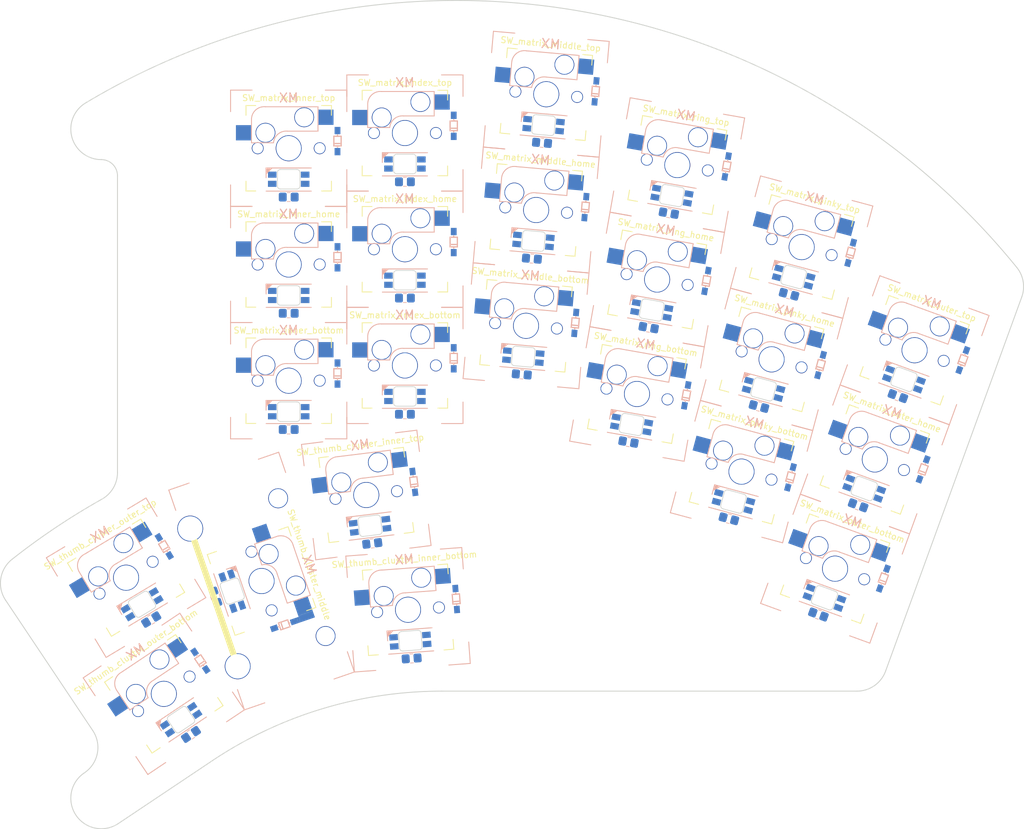
<source format=kicad_pcb>
(kicad_pcb (version 20221018) (generator pcbnew)
  (layers (0 "F.Cu" signal) (31 "B.Cu" signal) (34 "B.Paste" user) (35 "F.Paste" user) (36 "B.SilkS" user "B.Silkscreen") (37 "F.SilkS" user "F.Silkscreen") (38 "B.Mask" user) (39 "F.Mask" user) (44 "Edge.Cuts" user))
  (net 0 "")
  (footprint "Ergogen:Handy-case" (layer "F.Cu") (at 120 90)
    (fp_text reference "ECoutline" hide)
    (fp_text value "Handy-case" hide)
    (fp_line (start -33.492489 64.277857) (end -33.492488 64.277856) (stroke (width 0.15)) (layer "Edge.Cuts"))
    (fp_line (start -33.031253 -45.670072) (end -33.034905 -45.67705) (stroke (width 0.15)) (layer "Edge.Cuts"))
    (fp_line (start -32.115413 57.342176) (end -46.401046 35.978363) (stroke (width 0.15)) (layer "Edge.Cuts"))
    (fp_line (start -30.713186 -36.239884) (end -30.713187 -36.239884) (stroke (width 0.15)) (layer "Edge.Cuts"))
    (fp_line (start -28.063186 15.055909) (end -28.063186 -33.589884) (stroke (width 0.15)) (layer "Edge.Cuts"))
    (fp_line (start -12.534503 62.293298) (end -27.933884 72.590613) (stroke (width 0.15)) (layer "Edge.Cuts"))
    (fp_line (start 93.140987 50.885) (end 25.05 50.885) (stroke (width 0.15)) (layer "Edge.Cuts"))
    (fp_line (start 120.152731 -13.710136) (end 97.83945 47.595101) (stroke (width 0.15)) (layer "Edge.Cuts"))
    (fp_arc (start -46.401046 35.978363) (mid -47.183383 32.418622) (end -45.341523 29.273569) (stroke (width 0.15)) (layer "Edge.Cuts"))
    (fp_arc (start -32.115413 57.342176) (mid -31.367524 61.095218) (end -33.492488 64.277856) (stroke (width 0.15)) (layer "Edge.Cuts"))
    (fp_arc (start -28.063186 15.055908) (mid -28.747826 17.581313) (end -30.614253 19.41512) (stroke (width 0.15)) (layer "Edge.Cuts"))
    (fp_arc (start -30.713187 -36.239884) (mid -35.568644 -40.046347) (end -33.031253 -45.670072) (stroke (width 0.15)) (layer "Edge.Cuts"))
    (fp_arc (start -27.933884 72.590613) (mid -34.869565 71.213537) (end -33.492489 64.277857) (stroke (width 0.15)) (layer "Edge.Cuts"))
    (fp_arc (start -30.713186 -36.239884) (mid -28.839354 -35.463717) (end -28.063186 -33.589884) (stroke (width 0.15)) (layer "Edge.Cuts"))
    (fp_arc (start -12.534503 62.293298) (mid 5.411109 53.799906) (end 25.05 50.885) (stroke (width 0.15)) (layer "Edge.Cuts"))
    (fp_arc (start -45.341523 29.273569) (mid -38.170344 24.056839) (end -30.614253 19.41512) (stroke (width 0.15)) (layer "Edge.Cuts"))
    (fp_arc (start -33.034905 -45.67705) (mid 48.19832 -60.497082) (end 119.336687 -18.570922) (stroke (width 0.15)) (layer "Edge.Cuts"))
    (fp_arc (start 97.83945 47.595101) (mid 96.008869 49.98076) (end 93.140987 50.885) (stroke (width 0.15)) (layer "Edge.Cuts"))
    (fp_arc (start 119.336687 -18.570922) (mid 120.385261 -16.248067) (end 120.152731 -13.710136) (stroke (width 0.15)) (layer "Edge.Cuts"))
  )
  (footprint "Keebs:CherryMX_1u_with_smd_diode" (layer "F.Cu") (at 120 51.9)
    (fp_text reference "SW_matrix_inner_top" (at 0 -8.25 unlocked) (layer "F.SilkS"))
    (fp_text value "Cherry MX 1u" hide)
    (fp_text user "MX" (at 0 -8.25 unlocked) (layer "B.SilkS") (effects (font (size 1.5 1.5) (thickness 0.2)) (justify mirror)))
    (fp_line (start -1.85 3.98) (end -1.85 6.18) (stroke (width 0.12)) (layer "Edge.Cuts"))
    (fp_line (start -1.35 6.68) (end 1.35 6.68) (stroke (width 0.12)) (layer "Edge.Cuts"))
    (fp_line (start 1.35 3.48) (end -1.35 3.48) (stroke (width 0.12)) (layer "Edge.Cuts"))
    (fp_line (start 1.85 6.18) (end 1.85 3.98) (stroke (width 0.12)) (layer "Edge.Cuts"))
    (fp_arc (start -1.85 3.98) (mid -1.703553 3.626447) (end -1.35 3.48) (stroke (width 0.12)) (layer "Edge.Cuts"))
    (fp_arc (start -1.35 6.68) (mid -1.703553 6.533553) (end -1.85 6.18) (stroke (width 0.12)) (layer "Edge.Cuts"))
    (fp_arc (start 1.35 3.48) (mid 1.703553 3.626447) (end 1.85 3.98) (stroke (width 0.12)) (layer "Edge.Cuts"))
    (fp_arc (start 1.85 6.18) (mid 1.703553 6.533553) (end 1.35 6.68) (stroke (width 0.12)) (layer "Edge.Cuts"))
    (pad "6" smd rect (at 6.075 -5.08) (size 2.55 2.5) (layers "B.Cu" "B.Paste" "B.Mask"))
    (pad "6" smd rect (at 8 -2.9 90) (size 1.2 0.95) (layers "B.Cu" "B.Paste" "B.Mask"))
    (pad "COL" smd rect (at -7.375 -2.54) (size 2.55 2.5) (layers "B.Cu" "B.Paste" "B.Mask"))
    (pad "DIN" smd rect (at -2.7 5.83 180) (size 1.4 1) (layers "B.Cu" "B.Paste" "B.Mask"))
    (pad "DOUT" smd rect (at 2.7 4.33 180) (size 1.4 1) (layers "B.Cu" "B.Paste" "B.Mask"))
    (pad "GND" thru_hole circle (at -5.08 0) (size 1.95 1.95) (drill 1.7) (layers "*.Cu" "*.Mask"))
    (pad "GND" thru_hole circle (at -3.81 -2.54 180) (size 3.25 3.25) (drill 3) (layers "*.Cu" "*.Mask"))
    (pad "GND" smd rect (at -2.7 4.33 180) (size 1.4 1) (layers "B.Cu" "B.Paste" "B.Mask"))
    (pad "GND" smd roundrect (at -0.975 8 180) (size 1.3 1.45) (layers "B.Cu" "B.Paste" "B.Mask") (roundrect_rratio 0.213))
    (pad "GND" thru_hole circle (at 0 0 90) (size 4.25 4.25) (drill 4) (layers "*.Cu" "*.Mask"))
    (pad "GND" thru_hole circle (at 2.54 -5.08 180) (size 3.25 3.25) (drill 3) (layers "*.Cu" "*.Mask"))
    (pad "GND" thru_hole circle (at 5.08 0) (size 1.95 1.95) (drill 1.7) (layers "*.Cu" "*.Mask"))
    (pad "ROW" smd rect (at 8 0.55 90) (size 1.2 0.95) (layers "B.Cu" "B.Paste" "B.Mask"))
    (pad "VCC" smd roundrect (at 0.975 8 180) (size 1.3 1.45) (layers "B.Cu" "B.Paste" "B.Mask") (roundrect_rratio 0.213))
    (pad "VCC" smd rect (at 2.7 5.83 180) (size 1.4 1) (layers "B.Cu" "B.Paste" "B.Mask"))
  )
  (footprint "Keebs:CherryMX_1u_with_smd_diode" (layer "F.Cu") (at 139.05 49.4)
    (fp_text reference "SW_matrix_index_top" (at 0 -8.25 unlocked) (layer "F.SilkS"))
    (fp_text value "Cherry MX 1u" hide)
    (fp_text user "MX" (at 0 -8.25 unlocked) (layer "B.SilkS") (effects (font (size 1.5 1.5) (thickness 0.2)) (justify mirror)))
    (fp_line (start -1.85 3.98) (end -1.85 6.18) (stroke (width 0.12)) (layer "Edge.Cuts"))
    (fp_line (start -1.35 6.68) (end 1.35 6.68) (stroke (width 0.12)) (layer "Edge.Cuts"))
    (fp_line (start 1.35 3.48) (end -1.35 3.48) (stroke (width 0.12)) (layer "Edge.Cuts"))
    (fp_line (start 1.85 6.18) (end 1.85 3.98) (stroke (width 0.12)) (layer "Edge.Cuts"))
    (fp_arc (start -1.85 3.98) (mid -1.703553 3.626447) (end -1.35 3.48) (stroke (width 0.12)) (layer "Edge.Cuts"))
    (fp_arc (start -1.35 6.68) (mid -1.703553 6.533553) (end -1.85 6.18) (stroke (width 0.12)) (layer "Edge.Cuts"))
    (fp_arc (start 1.35 3.48) (mid 1.703553 3.626447) (end 1.85 3.98) (stroke (width 0.12)) (layer "Edge.Cuts"))
    (fp_arc (start 1.85 6.18) (mid 1.703553 6.533553) (end 1.35 6.68) (stroke (width 0.12)) (layer "Edge.Cuts"))
    (pad "6" smd rect (at 6.075 -5.08) (size 2.55 2.5) (layers "B.Cu" "B.Paste" "B.Mask"))
    (pad "6" smd rect (at 8 -2.9 90) (size 1.2 0.95) (layers "B.Cu" "B.Paste" "B.Mask"))
    (pad "COL" smd rect (at -7.375 -2.54) (size 2.55 2.5) (layers "B.Cu" "B.Paste" "B.Mask"))
    (pad "DIN" smd rect (at -2.7 5.83 180) (size 1.4 1) (layers "B.Cu" "B.Paste" "B.Mask"))
    (pad "DOUT" smd rect (at 2.7 4.33 180) (size 1.4 1) (layers "B.Cu" "B.Paste" "B.Mask"))
    (pad "GND" thru_hole circle (at -5.08 0) (size 1.95 1.95) (drill 1.7) (layers "*.Cu" "*.Mask"))
    (pad "GND" thru_hole circle (at -3.81 -2.54 180) (size 3.25 3.25) (drill 3) (layers "*.Cu" "*.Mask"))
    (pad "GND" smd rect (at -2.7 4.33 180) (size 1.4 1) (layers "B.Cu" "B.Paste" "B.Mask"))
    (pad "GND" smd roundrect (at -0.975 8 180) (size 1.3 1.45) (layers "B.Cu" "B.Paste" "B.Mask") (roundrect_rratio 0.213))
    (pad "GND" thru_hole circle (at 0 0 90) (size 4.25 4.25) (drill 4) (layers "*.Cu" "*.Mask"))
    (pad "GND" thru_hole circle (at 2.54 -5.08 180) (size 3.25 3.25) (drill 3) (layers "*.Cu" "*.Mask"))
    (pad "GND" thru_hole circle (at 5.08 0) (size 1.95 1.95) (drill 1.7) (layers "*.Cu" "*.Mask"))
    (pad "ROW" smd rect (at 8 0.55 90) (size 1.2 0.95) (layers "B.Cu" "B.Paste" "B.Mask"))
    (pad "VCC" smd roundrect (at 0.975 8 180) (size 1.3 1.45) (layers "B.Cu" "B.Paste" "B.Mask") (roundrect_rratio 0.213))
    (pad "VCC" smd rect (at 2.7 5.83 180) (size 1.4 1) (layers "B.Cu" "B.Paste" "B.Mask"))
  )
  (footprint "Keebs:CherryMX_1u_with_smd_diode" (layer "F.Cu") (at 162.220634 43.044982 -5)
    (fp_text reference "SW_matrix_middle_top" (at 0 -8.25 -5 unlocked) (layer "F.SilkS"))
    (fp_text value "Cherry MX 1u" hide)
    (fp_text user "MX" (at 0 -8.25 -5 unlocked) (layer "B.SilkS") (effects (font (size 1.5 1.5) (thickness 0.2)) (justify mirror)))
    (fp_line (start -1.85 3.98) (end -1.85 6.18) (stroke (width 0.12)) (layer "Edge.Cuts"))
    (fp_line (start -1.35 6.68) (end 1.35 6.68) (stroke (width 0.12)) (layer "Edge.Cuts"))
    (fp_line (start 1.35 3.48) (end -1.35 3.48) (stroke (width 0.12)) (layer "Edge.Cuts"))
    (fp_line (start 1.85 6.18) (end 1.85 3.98) (stroke (width 0.12)) (layer "Edge.Cuts"))
    (fp_arc (start -1.85 3.98) (mid -1.703553 3.626447) (end -1.35 3.48) (stroke (width 0.12)) (layer "Edge.Cuts"))
    (fp_arc (start -1.35 6.68) (mid -1.703553 6.533553) (end -1.85 6.18) (stroke (width 0.12)) (layer "Edge.Cuts"))
    (fp_arc (start 1.35 3.48) (mid 1.703553 3.626447) (end 1.85 3.98) (stroke (width 0.12)) (layer "Edge.Cuts"))
    (fp_arc (start 1.85 6.18) (mid 1.703553 6.533553) (end 1.35 6.68) (stroke (width 0.12)) (layer "Edge.Cuts"))
    (pad "6" smd rect (at 6.075 -5.08 -5) (size 2.55 2.5) (layers "B.Cu" "B.Paste" "B.Mask"))
    (pad "6" smd rect (at 8 -2.9 85) (size 1.2 0.95) (layers "B.Cu" "B.Paste" "B.Mask"))
    (pad "COL" smd rect (at -7.375 -2.54 -5) (size 2.55 2.5) (layers "B.Cu" "B.Paste" "B.Mask"))
    (pad "DIN" smd rect (at -2.7 5.83 175) (size 1.4 1) (layers "B.Cu" "B.Paste" "B.Mask"))
    (pad "DOUT" smd rect (at 2.7 4.33 175) (size 1.4 1) (layers "B.Cu" "B.Paste" "B.Mask"))
    (pad "GND" thru_hole circle (at -5.08 0 -5) (size 1.95 1.95) (drill 1.7) (layers "*.Cu" "*.Mask"))
    (pad "GND" thru_hole circle (at -3.81 -2.54 175) (size 3.25 3.25) (drill 3) (layers "*.Cu" "*.Mask"))
    (pad "GND" smd rect (at -2.7 4.33 175) (size 1.4 1) (layers "B.Cu" "B.Paste" "B.Mask"))
    (pad "GND" smd roundrect (at -0.975 8 175) (size 1.3 1.45) (layers "B.Cu" "B.Paste" "B.Mask") (roundrect_rratio 0.213))
    (pad "GND" thru_hole circle (at 0 0 85) (size 4.25 4.25) (drill 4) (layers "*.Cu" "*.Mask"))
    (pad "GND" thru_hole circle (at 2.54 -5.08 175) (size 3.25 3.25) (drill 3) (layers "*.Cu" "*.Mask"))
    (pad "GND" thru_hole circle (at 5.08 0 -5) (size 1.95 1.95) (drill 1.7) (layers "*.Cu" "*.Mask"))
    (pad "ROW" smd rect (at 8 0.55 85) (size 1.2 0.95) (layers "B.Cu" "B.Paste" "B.Mask"))
    (pad "VCC" smd roundrect (at 0.975 8 175) (size 1.3 1.45) (layers "B.Cu" "B.Paste" "B.Mask") (roundrect_rratio 0.213))
    (pad "VCC" smd rect (at 2.7 5.83 175) (size 1.4 1) (layers "B.Cu" "B.Paste" "B.Mask"))
  )
  (footprint "Keebs:CherryMX_1u_with_smd_diode" (layer "F.Cu") (at 183.701189 54.654295 -10)
    (fp_text reference "SW_matrix_ring_top" (at 0 -8.25 -10 unlocked) (layer "F.SilkS"))
    (fp_text value "Cherry MX 1u" hide)
    (fp_text user "MX" (at 0 -8.25 -10 unlocked) (layer "B.SilkS") (effects (font (size 1.5 1.5) (thickness 0.2)) (justify mirror)))
    (fp_line (start -1.85 3.98) (end -1.85 6.18) (stroke (width 0.12)) (layer "Edge.Cuts"))
    (fp_line (start -1.35 6.68) (end 1.35 6.68) (stroke (width 0.12)) (layer "Edge.Cuts"))
    (fp_line (start 1.35 3.48) (end -1.35 3.48) (stroke (width 0.12)) (layer "Edge.Cuts"))
    (fp_line (start 1.85 6.18) (end 1.85 3.98) (stroke (width 0.12)) (layer "Edge.Cuts"))
    (fp_arc (start -1.85 3.98) (mid -1.703553 3.626447) (end -1.35 3.48) (stroke (width 0.12)) (layer "Edge.Cuts"))
    (fp_arc (start -1.35 6.68) (mid -1.703553 6.533553) (end -1.85 6.18) (stroke (width 0.12)) (layer "Edge.Cuts"))
    (fp_arc (start 1.35 3.48) (mid 1.703553 3.626447) (end 1.85 3.98) (stroke (width 0.12)) (layer "Edge.Cuts"))
    (fp_arc (start 1.85 6.18) (mid 1.703553 6.533553) (end 1.35 6.68) (stroke (width 0.12)) (layer "Edge.Cuts"))
    (pad "6" smd rect (at 6.075 -5.08 -10) (size 2.55 2.5) (layers "B.Cu" "B.Paste" "B.Mask"))
    (pad "6" smd rect (at 8 -2.9 80) (size 1.2 0.95) (layers "B.Cu" "B.Paste" "B.Mask"))
    (pad "COL" smd rect (at -7.375 -2.54 -10) (size 2.55 2.5) (layers "B.Cu" "B.Paste" "B.Mask"))
    (pad "DIN" smd rect (at -2.7 5.83 170) (size 1.4 1) (layers "B.Cu" "B.Paste" "B.Mask"))
    (pad "DOUT" smd rect (at 2.7 4.33 170) (size 1.4 1) (layers "B.Cu" "B.Paste" "B.Mask"))
    (pad "GND" thru_hole circle (at -5.08 0 -10) (size 1.95 1.95) (drill 1.7) (layers "*.Cu" "*.Mask"))
    (pad "GND" thru_hole circle (at -3.81 -2.54 170) (size 3.25 3.25) (drill 3) (layers "*.Cu" "*.Mask"))
    (pad "GND" smd rect (at -2.7 4.33 170) (size 1.4 1) (layers "B.Cu" "B.Paste" "B.Mask"))
    (pad "GND" smd roundrect (at -0.975 8 170) (size 1.3 1.45) (layers "B.Cu" "B.Paste" "B.Mask") (roundrect_rratio 0.213))
    (pad "GND" thru_hole circle (at 0 0 80) (size 4.25 4.25) (drill 4) (layers "*.Cu" "*.Mask"))
    (pad "GND" thru_hole circle (at 2.54 -5.08 170) (size 3.25 3.25) (drill 3) (layers "*.Cu" "*.Mask"))
    (pad "GND" thru_hole circle (at 5.08 0 -10) (size 1.95 1.95) (drill 1.7) (layers "*.Cu" "*.Mask"))
    (pad "ROW" smd rect (at 8 0.55 80) (size 1.2 0.95) (layers "B.Cu" "B.Paste" "B.Mask"))
    (pad "VCC" smd roundrect (at 0.975 8 170) (size 1.3 1.45) (layers "B.Cu" "B.Paste" "B.Mask") (roundrect_rratio 0.213))
    (pad "VCC" smd rect (at 2.7 5.83 170) (size 1.4 1) (layers "B.Cu" "B.Paste" "B.Mask"))
  )
  (footprint "Keebs:CherryMX_1u_with_smd_diode" (layer "F.Cu") (at 120 70.95)
    (fp_text reference "SW_matrix_inner_home" (at 0 -8.25 unlocked) (layer "F.SilkS"))
    (fp_text value "Cherry MX 1u" hide)
    (fp_text user "MX" (at 0 -8.25 unlocked) (layer "B.SilkS") (effects (font (size 1.5 1.5) (thickness 0.2)) (justify mirror)))
    (fp_line (start -1.85 3.98) (end -1.85 6.18) (stroke (width 0.12)) (layer "Edge.Cuts"))
    (fp_line (start -1.35 6.68) (end 1.35 6.68) (stroke (width 0.12)) (layer "Edge.Cuts"))
    (fp_line (start 1.35 3.48) (end -1.35 3.48) (stroke (width 0.12)) (layer "Edge.Cuts"))
    (fp_line (start 1.85 6.18) (end 1.85 3.98) (stroke (width 0.12)) (layer "Edge.Cuts"))
    (fp_arc (start -1.85 3.98) (mid -1.703553 3.626447) (end -1.35 3.48) (stroke (width 0.12)) (layer "Edge.Cuts"))
    (fp_arc (start -1.35 6.68) (mid -1.703553 6.533553) (end -1.85 6.18) (stroke (width 0.12)) (layer "Edge.Cuts"))
    (fp_arc (start 1.35 3.48) (mid 1.703553 3.626447) (end 1.85 3.98) (stroke (width 0.12)) (layer "Edge.Cuts"))
    (fp_arc (start 1.85 6.18) (mid 1.703553 6.533553) (end 1.35 6.68) (stroke (width 0.12)) (layer "Edge.Cuts"))
    (pad "6" smd rect (at 6.075 -5.08) (size 2.55 2.5) (layers "B.Cu" "B.Paste" "B.Mask"))
    (pad "6" smd rect (at 8 -2.9 90) (size 1.2 0.95) (layers "B.Cu" "B.Paste" "B.Mask"))
    (pad "COL" smd rect (at -7.375 -2.54) (size 2.55 2.5) (layers "B.Cu" "B.Paste" "B.Mask"))
    (pad "DIN" smd rect (at -2.7 5.83 180) (size 1.4 1) (layers "B.Cu" "B.Paste" "B.Mask"))
    (pad "DOUT" smd rect (at 2.7 4.33 180) (size 1.4 1) (layers "B.Cu" "B.Paste" "B.Mask"))
    (pad "GND" thru_hole circle (at -5.08 0) (size 1.95 1.95) (drill 1.7) (layers "*.Cu" "*.Mask"))
    (pad "GND" thru_hole circle (at -3.81 -2.54 180) (size 3.25 3.25) (drill 3) (layers "*.Cu" "*.Mask"))
    (pad "GND" smd rect (at -2.7 4.33 180) (size 1.4 1) (layers "B.Cu" "B.Paste" "B.Mask"))
    (pad "GND" smd roundrect (at -0.975 8 180) (size 1.3 1.45) (layers "B.Cu" "B.Paste" "B.Mask") (roundrect_rratio 0.213))
    (pad "GND" thru_hole circle (at 0 0 90) (size 4.25 4.25) (drill 4) (layers "*.Cu" "*.Mask"))
    (pad "GND" thru_hole circle (at 2.54 -5.08 180) (size 3.25 3.25) (drill 3) (layers "*.Cu" "*.Mask"))
    (pad "GND" thru_hole circle (at 5.08 0) (size 1.95 1.95) (drill 1.7) (layers "*.Cu" "*.Mask"))
    (pad "ROW" smd rect (at 8 0.55 90) (size 1.2 0.95) (layers "B.Cu" "B.Paste" "B.Mask"))
    (pad "VCC" smd roundrect (at 0.975 8 180) (size 1.3 1.45) (layers "B.Cu" "B.Paste" "B.Mask") (roundrect_rratio 0.213))
    (pad "VCC" smd rect (at 2.7 5.83 180) (size 1.4 1) (layers "B.Cu" "B.Paste" "B.Mask"))
  )
  (footprint "Keebs:CherryMX_1u_with_smd_diode" (layer "F.Cu") (at 139.05 68.45)
    (fp_text reference "SW_matrix_index_home" (at 0 -8.25 unlocked) (layer "F.SilkS"))
    (fp_text value "Cherry MX 1u" hide)
    (fp_text user "MX" (at 0 -8.25 unlocked) (layer "B.SilkS") (effects (font (size 1.5 1.5) (thickness 0.2)) (justify mirror)))
    (fp_line (start -1.85 3.98) (end -1.85 6.18) (stroke (width 0.12)) (layer "Edge.Cuts"))
    (fp_line (start -1.35 6.68) (end 1.35 6.68) (stroke (width 0.12)) (layer "Edge.Cuts"))
    (fp_line (start 1.35 3.48) (end -1.35 3.48) (stroke (width 0.12)) (layer "Edge.Cuts"))
    (fp_line (start 1.85 6.18) (end 1.85 3.98) (stroke (width 0.12)) (layer "Edge.Cuts"))
    (fp_arc (start -1.85 3.98) (mid -1.703553 3.626447) (end -1.35 3.48) (stroke (width 0.12)) (layer "Edge.Cuts"))
    (fp_arc (start -1.35 6.68) (mid -1.703553 6.533553) (end -1.85 6.18) (stroke (width 0.12)) (layer "Edge.Cuts"))
    (fp_arc (start 1.35 3.48) (mid 1.703553 3.626447) (end 1.85 3.98) (stroke (width 0.12)) (layer "Edge.Cuts"))
    (fp_arc (start 1.85 6.18) (mid 1.703553 6.533553) (end 1.35 6.68) (stroke (width 0.12)) (layer "Edge.Cuts"))
    (pad "6" smd rect (at 6.075 -5.08) (size 2.55 2.5) (layers "B.Cu" "B.Paste" "B.Mask"))
    (pad "6" smd rect (at 8 -2.9 90) (size 1.2 0.95) (layers "B.Cu" "B.Paste" "B.Mask"))
    (pad "COL" smd rect (at -7.375 -2.54) (size 2.55 2.5) (layers "B.Cu" "B.Paste" "B.Mask"))
    (pad "DIN" smd rect (at -2.7 5.83 180) (size 1.4 1) (layers "B.Cu" "B.Paste" "B.Mask"))
    (pad "DOUT" smd rect (at 2.7 4.33 180) (size 1.4 1) (layers "B.Cu" "B.Paste" "B.Mask"))
    (pad "GND" thru_hole circle (at -5.08 0) (size 1.95 1.95) (drill 1.7) (layers "*.Cu" "*.Mask"))
    (pad "GND" thru_hole circle (at -3.81 -2.54 180) (size 3.25 3.25) (drill 3) (layers "*.Cu" "*.Mask"))
    (pad "GND" smd rect (at -2.7 4.33 180) (size 1.4 1) (layers "B.Cu" "B.Paste" "B.Mask"))
    (pad "GND" smd roundrect (at -0.975 8 180) (size 1.3 1.45) (layers "B.Cu" "B.Paste" "B.Mask") (roundrect_rratio 0.213))
    (pad "GND" thru_hole circle (at 0 0 90) (size 4.25 4.25) (drill 4) (layers "*.Cu" "*.Mask"))
    (pad "GND" thru_hole circle (at 2.54 -5.08 180) (size 3.25 3.25) (drill 3) (layers "*.Cu" "*.Mask"))
    (pad "GND" thru_hole circle (at 5.08 0) (size 1.95 1.95) (drill 1.7) (layers "*.Cu" "*.Mask"))
    (pad "ROW" smd rect (at 8 0.55 90) (size 1.2 0.95) (layers "B.Cu" "B.Paste" "B.Mask"))
    (pad "VCC" smd roundrect (at 0.975 8 180) (size 1.3 1.45) (layers "B.Cu" "B.Paste" "B.Mask") (roundrect_rratio 0.213))
    (pad "VCC" smd rect (at 2.7 5.83 180) (size 1.4 1) (layers "B.Cu" "B.Paste" "B.Mask"))
  )
  (footprint "Keebs:CherryMX_1u_with_smd_diode" (layer "F.Cu") (at 158.9 81 -5)
    (fp_text reference "SW_matrix_middle_bottom" (at 0 -8.25 -5 unlocked) (layer "F.SilkS"))
    (fp_text value "Cherry MX 1u" hide)
    (fp_text user "MX" (at 0 -8.25 -5 unlocked) (layer "B.SilkS") (effects (font (size 1.5 1.5) (thickness 0.2)) (justify mirror)))
    (fp_line (start -1.85 3.98) (end -1.85 6.18) (stroke (width 0.12)) (layer "Edge.Cuts"))
    (fp_line (start -1.35 6.68) (end 1.35 6.68) (stroke (width 0.12)) (layer "Edge.Cuts"))
    (fp_line (start 1.35 3.48) (end -1.35 3.48) (stroke (width 0.12)) (layer "Edge.Cuts"))
    (fp_line (start 1.85 6.18) (end 1.85 3.98) (stroke (width 0.12)) (layer "Edge.Cuts"))
    (fp_arc (start -1.85 3.98) (mid -1.703553 3.626447) (end -1.35 3.48) (stroke (width 0.12)) (layer "Edge.Cuts"))
    (fp_arc (start -1.35 6.68) (mid -1.703553 6.533553) (end -1.85 6.18) (stroke (width 0.12)) (layer "Edge.Cuts"))
    (fp_arc (start 1.35 3.48) (mid 1.703553 3.626447) (end 1.85 3.98) (stroke (width 0.12)) (layer "Edge.Cuts"))
    (fp_arc (start 1.85 6.18) (mid 1.703553 6.533553) (end 1.35 6.68) (stroke (width 0.12)) (layer "Edge.Cuts"))
    (pad "6" smd rect (at 6.075 -5.08 -5) (size 2.55 2.5) (layers "B.Cu" "B.Paste" "B.Mask"))
    (pad "6" smd rect (at 8 -2.9 85) (size 1.2 0.95) (layers "B.Cu" "B.Paste" "B.Mask"))
    (pad "COL" smd rect (at -7.375 -2.54 -5) (size 2.55 2.5) (layers "B.Cu" "B.Paste" "B.Mask"))
    (pad "DIN" smd rect (at -2.7 5.83 175) (size 1.4 1) (layers "B.Cu" "B.Paste" "B.Mask"))
    (pad "DOUT" smd rect (at 2.7 4.33 175) (size 1.4 1) (layers "B.Cu" "B.Paste" "B.Mask"))
    (pad "GND" thru_hole circle (at -5.08 0 -5) (size 1.95 1.95) (drill 1.7) (layers "*.Cu" "*.Mask"))
    (pad "GND" thru_hole circle (at -3.81 -2.54 175) (size 3.25 3.25) (drill 3) (layers "*.Cu" "*.Mask"))
    (pad "GND" smd rect (at -2.7 4.33 175) (size 1.4 1) (layers "B.Cu" "B.Paste" "B.Mask"))
    (pad "GND" smd roundrect (at -0.975 8 175) (size 1.3 1.45) (layers "B.Cu" "B.Paste" "B.Mask") (roundrect_rratio 0.213))
    (pad "GND" thru_hole circle (at 0 0 85) (size 4.25 4.25) (drill 4) (layers "*.Cu" "*.Mask"))
    (pad "GND" thru_hole circle (at 2.54 -5.08 175) (size 3.25 3.25) (drill 3) (layers "*.Cu" "*.Mask"))
    (pad "GND" thru_hole circle (at 5.08 0 -5) (size 1.95 1.95) (drill 1.7) (layers "*.Cu" "*.Mask"))
    (pad "ROW" smd rect (at 8 0.55 85) (size 1.2 0.95) (layers "B.Cu" "B.Paste" "B.Mask"))
    (pad "VCC" smd roundrect (at 0.975 8 175) (size 1.3 1.45) (layers "B.Cu" "B.Paste" "B.Mask") (roundrect_rratio 0.213))
    (pad "VCC" smd rect (at 2.7 5.83 175) (size 1.4 1) (layers "B.Cu" "B.Paste" "B.Mask"))
  )
  (footprint "Keebs:CherryMX_1u_with_smd_diode" (layer "F.Cu") (at 160.560317 62.022491 -5)
    (fp_text reference "SW_matrix_middle_home" (at 0 -8.25 -5 unlocked) (layer "F.SilkS"))
    (fp_text value "Cherry MX 1u" hide)
    (fp_text user "MX" (at 0 -8.25 -5 unlocked) (layer "B.SilkS") (effects (font (size 1.5 1.5) (thickness 0.2)) (justify mirror)))
    (fp_line (start -1.85 3.98) (end -1.85 6.18) (stroke (width 0.12)) (layer "Edge.Cuts"))
    (fp_line (start -1.35 6.68) (end 1.35 6.68) (stroke (width 0.12)) (layer "Edge.Cuts"))
    (fp_line (start 1.35 3.48) (end -1.35 3.48) (stroke (width 0.12)) (layer "Edge.Cuts"))
    (fp_line (start 1.85 6.18) (end 1.85 3.98) (stroke (width 0.12)) (layer "Edge.Cuts"))
    (fp_arc (start -1.85 3.98) (mid -1.703553 3.626447) (end -1.35 3.48) (stroke (width 0.12)) (layer "Edge.Cuts"))
    (fp_arc (start -1.35 6.68) (mid -1.703553 6.533553) (end -1.85 6.18) (stroke (width 0.12)) (layer "Edge.Cuts"))
    (fp_arc (start 1.35 3.48) (mid 1.703553 3.626447) (end 1.85 3.98) (stroke (width 0.12)) (layer "Edge.Cuts"))
    (fp_arc (start 1.85 6.18) (mid 1.703553 6.533553) (end 1.35 6.68) (stroke (width 0.12)) (layer "Edge.Cuts"))
    (pad "6" smd rect (at 6.075 -5.08 -5) (size 2.55 2.5) (layers "B.Cu" "B.Paste" "B.Mask"))
    (pad "6" smd rect (at 8 -2.9 85) (size 1.2 0.95) (layers "B.Cu" "B.Paste" "B.Mask"))
    (pad "COL" smd rect (at -7.375 -2.54 -5) (size 2.55 2.5) (layers "B.Cu" "B.Paste" "B.Mask"))
    (pad "DIN" smd rect (at -2.7 5.83 175) (size 1.4 1) (layers "B.Cu" "B.Paste" "B.Mask"))
    (pad "DOUT" smd rect (at 2.7 4.33 175) (size 1.4 1) (layers "B.Cu" "B.Paste" "B.Mask"))
    (pad "GND" thru_hole circle (at -5.08 0 -5) (size 1.95 1.95) (drill 1.7) (layers "*.Cu" "*.Mask"))
    (pad "GND" thru_hole circle (at -3.81 -2.54 175) (size 3.25 3.25) (drill 3) (layers "*.Cu" "*.Mask"))
    (pad "GND" smd rect (at -2.7 4.33 175) (size 1.4 1) (layers "B.Cu" "B.Paste" "B.Mask"))
    (pad "GND" smd roundrect (at -0.975 8 175) (size 1.3 1.45) (layers "B.Cu" "B.Paste" "B.Mask") (roundrect_rratio 0.213))
    (pad "GND" thru_hole circle (at 0 0 85) (size 4.25 4.25) (drill 4) (layers "*.Cu" "*.Mask"))
    (pad "GND" thru_hole circle (at 2.54 -5.08 175) (size 3.25 3.25) (drill 3) (layers "*.Cu" "*.Mask"))
    (pad "GND" thru_hole circle (at 5.08 0 -5) (size 1.95 1.95) (drill 1.7) (layers "*.Cu" "*.Mask"))
    (pad "ROW" smd rect (at 8 0.55 85) (size 1.2 0.95) (layers "B.Cu" "B.Paste" "B.Mask"))
    (pad "VCC" smd roundrect (at 0.975 8 175) (size 1.3 1.45) (layers "B.Cu" "B.Paste" "B.Mask") (roundrect_rratio 0.213))
    (pad "VCC" smd rect (at 2.7 5.83 175) (size 1.4 1) (layers "B.Cu" "B.Paste" "B.Mask"))
  )
  (footprint "Keebs:CherryMX_1u_with_smd_diode" (layer "F.Cu") (at 180.393192 73.414882 -10)
    (fp_text reference "SW_matrix_ring_home" (at 0 -8.25 -10 unlocked) (layer "F.SilkS"))
    (fp_text value "Cherry MX 1u" hide)
    (fp_text user "MX" (at 0 -8.25 -10 unlocked) (layer "B.SilkS") (effects (font (size 1.5 1.5) (thickness 0.2)) (justify mirror)))
    (fp_line (start -1.85 3.98) (end -1.85 6.18) (stroke (width 0.12)) (layer "Edge.Cuts"))
    (fp_line (start -1.35 6.68) (end 1.35 6.68) (stroke (width 0.12)) (layer "Edge.Cuts"))
    (fp_line (start 1.35 3.48) (end -1.35 3.48) (stroke (width 0.12)) (layer "Edge.Cuts"))
    (fp_line (start 1.85 6.18) (end 1.85 3.98) (stroke (width 0.12)) (layer "Edge.Cuts"))
    (fp_arc (start -1.85 3.98) (mid -1.703553 3.626447) (end -1.35 3.48) (stroke (width 0.12)) (layer "Edge.Cuts"))
    (fp_arc (start -1.35 6.68) (mid -1.703553 6.533553) (end -1.85 6.18) (stroke (width 0.12)) (layer "Edge.Cuts"))
    (fp_arc (start 1.35 3.48) (mid 1.703553 3.626447) (end 1.85 3.98) (stroke (width 0.12)) (layer "Edge.Cuts"))
    (fp_arc (start 1.85 6.18) (mid 1.703553 6.533553) (end 1.35 6.68) (stroke (width 0.12)) (layer "Edge.Cuts"))
    (pad "6" smd rect (at 6.075 -5.08 -10) (size 2.55 2.5) (layers "B.Cu" "B.Paste" "B.Mask"))
    (pad "6" smd rect (at 8 -2.9 80) (size 1.2 0.95) (layers "B.Cu" "B.Paste" "B.Mask"))
    (pad "COL" smd rect (at -7.375 -2.54 -10) (size 2.55 2.5) (layers "B.Cu" "B.Paste" "B.Mask"))
    (pad "DIN" smd rect (at -2.7 5.83 170) (size 1.4 1) (layers "B.Cu" "B.Paste" "B.Mask"))
    (pad "DOUT" smd rect (at 2.7 4.33 170) (size 1.4 1) (layers "B.Cu" "B.Paste" "B.Mask"))
    (pad "GND" thru_hole circle (at -5.08 0 -10) (size 1.95 1.95) (drill 1.7) (layers "*.Cu" "*.Mask"))
    (pad "GND" thru_hole circle (at -3.81 -2.54 170) (size 3.25 3.25) (drill 3) (layers "*.Cu" "*.Mask"))
    (pad "GND" smd rect (at -2.7 4.33 170) (size 1.4 1) (layers "B.Cu" "B.Paste" "B.Mask"))
    (pad "GND" smd roundrect (at -0.975 8 170) (size 1.3 1.45) (layers "B.Cu" "B.Paste" "B.Mask") (roundrect_rratio 0.213))
    (pad "GND" thru_hole circle (at 0 0 80) (size 4.25 4.25) (drill 4) (layers "*.Cu" "*.Mask"))
    (pad "GND" thru_hole circle (at 2.54 -5.08 170) (size 3.25 3.25) (drill 3) (layers "*.Cu" "*.Mask"))
    (pad "GND" thru_hole circle (at 5.08 0 -10) (size 1.95 1.95) (drill 1.7) (layers "*.Cu" "*.Mask"))
    (pad "ROW" smd rect (at 8 0.55 80) (size 1.2 0.95) (layers "B.Cu" "B.Paste" "B.Mask"))
    (pad "VCC" smd roundrect (at 0.975 8 170) (size 1.3 1.45) (layers "B.Cu" "B.Paste" "B.Mask") (roundrect_rratio 0.213))
    (pad "VCC" smd rect (at 2.7 5.83 170) (size 1.4 1) (layers "B.Cu" "B.Paste" "B.Mask"))
  )
  (footprint "Keebs:CherryMX_1u_with_smd_diode" (layer "F.Cu") (at 204.081328 68.10169 -15)
    (fp_text reference "SW_matrix_pinky_top" (at 0 -8.25 -15 unlocked) (layer "F.SilkS"))
    (fp_text value "Cherry MX 1u" hide)
    (fp_text user "MX" (at 0 -8.25 -15 unlocked) (layer "B.SilkS") (effects (font (size 1.5 1.5) (thickness 0.2)) (justify mirror)))
    (fp_line (start -1.85 3.98) (end -1.85 6.18) (stroke (width 0.12)) (layer "Edge.Cuts"))
    (fp_line (start -1.35 6.68) (end 1.35 6.68) (stroke (width 0.12)) (layer "Edge.Cuts"))
    (fp_line (start 1.35 3.48) (end -1.35 3.48) (stroke (width 0.12)) (layer "Edge.Cuts"))
    (fp_line (start 1.85 6.18) (end 1.85 3.98) (stroke (width 0.12)) (layer "Edge.Cuts"))
    (fp_arc (start -1.85 3.98) (mid -1.703553 3.626447) (end -1.35 3.48) (stroke (width 0.12)) (layer "Edge.Cuts"))
    (fp_arc (start -1.35 6.68) (mid -1.703553 6.533553) (end -1.85 6.18) (stroke (width 0.12)) (layer "Edge.Cuts"))
    (fp_arc (start 1.35 3.48) (mid 1.703553 3.626447) (end 1.85 3.98) (stroke (width 0.12)) (layer "Edge.Cuts"))
    (fp_arc (start 1.85 6.18) (mid 1.703553 6.533553) (end 1.35 6.68) (stroke (width 0.12)) (layer "Edge.Cuts"))
    (pad "6" smd rect (at 6.075 -5.08 -15) (size 2.55 2.5) (layers "B.Cu" "B.Paste" "B.Mask"))
    (pad "6" smd rect (at 8 -2.9 75) (size 1.2 0.95) (layers "B.Cu" "B.Paste" "B.Mask"))
    (pad "COL" smd rect (at -7.375 -2.54 -15) (size 2.55 2.5) (layers "B.Cu" "B.Paste" "B.Mask"))
    (pad "DIN" smd rect (at -2.7 5.83 165) (size 1.4 1) (layers "B.Cu" "B.Paste" "B.Mask"))
    (pad "DOUT" smd rect (at 2.7 4.33 165) (size 1.4 1) (layers "B.Cu" "B.Paste" "B.Mask"))
    (pad "GND" thru_hole circle (at -5.08 0 -15) (size 1.95 1.95) (drill 1.7) (layers "*.Cu" "*.Mask"))
    (pad "GND" thru_hole circle (at -3.81 -2.54 165) (size 3.25 3.25) (drill 3) (layers "*.Cu" "*.Mask"))
    (pad "GND" smd rect (at -2.7 4.33 165) (size 1.4 1) (layers "B.Cu" "B.Paste" "B.Mask"))
    (pad "GND" smd roundrect (at -0.975 8 165) (size 1.3 1.45) (layers "B.Cu" "B.Paste" "B.Mask") (roundrect_rratio 0.213))
    (pad "GND" thru_hole circle (at 0 0 75) (size 4.25 4.25) (drill 4) (layers "*.Cu" "*.Mask"))
    (pad "GND" thru_hole circle (at 2.54 -5.08 165) (size 3.25 3.25) (drill 3) (layers "*.Cu" "*.Mask"))
    (pad "GND" thru_hole circle (at 5.08 0 -15) (size 1.95 1.95) (drill 1.7) (layers "*.Cu" "*.Mask"))
    (pad "ROW" smd rect (at 8 0.55 75) (size 1.2 0.95) (layers "B.Cu" "B.Paste" "B.Mask"))
    (pad "VCC" smd roundrect (at 0.975 8 165) (size 1.3 1.45) (layers "B.Cu" "B.Paste" "B.Mask") (roundrect_rratio 0.213))
    (pad "VCC" smd rect (at 2.7 5.83 165) (size 1.4 1) (layers "B.Cu" "B.Paste" "B.Mask"))
  )
  (footprint "Keebs:CherryMX_1u_with_smd_diode" (layer "F.Cu") (at 120 90)
    (fp_text reference "SW_matrix_inner_bottom" (at 0 -8.25 unlocked) (layer "F.SilkS"))
    (fp_text value "Cherry MX 1u" hide)
    (fp_text user "MX" (at 0 -8.25 unlocked) (layer "B.SilkS") (effects (font (size 1.5 1.5) (thickness 0.2)) (justify mirror)))
    (fp_line (start -1.85 3.98) (end -1.85 6.18) (stroke (width 0.12)) (layer "Edge.Cuts"))
    (fp_line (start -1.35 6.68) (end 1.35 6.68) (stroke (width 0.12)) (layer "Edge.Cuts"))
    (fp_line (start 1.35 3.48) (end -1.35 3.48) (stroke (width 0.12)) (layer "Edge.Cuts"))
    (fp_line (start 1.85 6.18) (end 1.85 3.98) (stroke (width 0.12)) (layer "Edge.Cuts"))
    (fp_arc (start -1.85 3.98) (mid -1.703553 3.626447) (end -1.35 3.48) (stroke (width 0.12)) (layer "Edge.Cuts"))
    (fp_arc (start -1.35 6.68) (mid -1.703553 6.533553) (end -1.85 6.18) (stroke (width 0.12)) (layer "Edge.Cuts"))
    (fp_arc (start 1.35 3.48) (mid 1.703553 3.626447) (end 1.85 3.98) (stroke (width 0.12)) (layer "Edge.Cuts"))
    (fp_arc (start 1.85 6.18) (mid 1.703553 6.533553) (end 1.35 6.68) (stroke (width 0.12)) (layer "Edge.Cuts"))
    (pad "6" smd rect (at 6.075 -5.08) (size 2.55 2.5) (layers "B.Cu" "B.Paste" "B.Mask"))
    (pad "6" smd rect (at 8 -2.9 90) (size 1.2 0.95) (layers "B.Cu" "B.Paste" "B.Mask"))
    (pad "COL" smd rect (at -7.375 -2.54) (size 2.55 2.5) (layers "B.Cu" "B.Paste" "B.Mask"))
    (pad "DIN" smd rect (at -2.7 5.83 180) (size 1.4 1) (layers "B.Cu" "B.Paste" "B.Mask"))
    (pad "DOUT" smd rect (at 2.7 4.33 180) (size 1.4 1) (layers "B.Cu" "B.Paste" "B.Mask"))
    (pad "GND" thru_hole circle (at -5.08 0) (size 1.95 1.95) (drill 1.7) (layers "*.Cu" "*.Mask"))
    (pad "GND" thru_hole circle (at -3.81 -2.54 180) (size 3.25 3.25) (drill 3) (layers "*.Cu" "*.Mask"))
    (pad "GND" smd rect (at -2.7 4.33 180) (size 1.4 1) (layers "B.Cu" "B.Paste" "B.Mask"))
    (pad "GND" smd roundrect (at -0.975 8 180) (size 1.3 1.45) (layers "B.Cu" "B.Paste" "B.Mask") (roundrect_rratio 0.213))
    (pad "GND" thru_hole circle (at 0 0 90) (size 4.25 4.25) (drill 4) (layers "*.Cu" "*.Mask"))
    (pad "GND" thru_hole circle (at 2.54 -5.08 180) (size 3.25 3.25) (drill 3) (layers "*.Cu" "*.Mask"))
    (pad "GND" thru_hole circle (at 5.08 0) (size 1.95 1.95) (drill 1.7) (layers "*.Cu" "*.Mask"))
    (pad "ROW" smd rect (at 8 0.55 90) (size 1.2 0.95) (layers "B.Cu" "B.Paste" "B.Mask"))
    (pad "VCC" smd roundrect (at 0.975 8 180) (size 1.3 1.45) (layers "B.Cu" "B.Paste" "B.Mask") (roundrect_rratio 0.213))
    (pad "VCC" smd rect (at 2.7 5.83 180) (size 1.4 1) (layers "B.Cu" "B.Paste" "B.Mask"))
  )
  (footprint "Keebs:CherryMX_1u_with_smd_diode" (layer "F.Cu") (at 139.05 87.5)
    (fp_text reference "SW_matrix_index_bottom" (at 0 -8.25 unlocked) (layer "F.SilkS"))
    (fp_text value "Cherry MX 1u" hide)
    (fp_text user "MX" (at 0 -8.25 unlocked) (layer "B.SilkS") (effects (font (size 1.5 1.5) (thickness 0.2)) (justify mirror)))
    (fp_line (start -1.85 3.98) (end -1.85 6.18) (stroke (width 0.12)) (layer "Edge.Cuts"))
    (fp_line (start -1.35 6.68) (end 1.35 6.68) (stroke (width 0.12)) (layer "Edge.Cuts"))
    (fp_line (start 1.35 3.48) (end -1.35 3.48) (stroke (width 0.12)) (layer "Edge.Cuts"))
    (fp_line (start 1.85 6.18) (end 1.85 3.98) (stroke (width 0.12)) (layer "Edge.Cuts"))
    (fp_arc (start -1.85 3.98) (mid -1.703553 3.626447) (end -1.35 3.48) (stroke (width 0.12)) (layer "Edge.Cuts"))
    (fp_arc (start -1.35 6.68) (mid -1.703553 6.533553) (end -1.85 6.18) (stroke (width 0.12)) (layer "Edge.Cuts"))
    (fp_arc (start 1.35 3.48) (mid 1.703553 3.626447) (end 1.85 3.98) (stroke (width 0.12)) (layer "Edge.Cuts"))
    (fp_arc (start 1.85 6.18) (mid 1.703553 6.533553) (end 1.35 6.68) (stroke (width 0.12)) (layer "Edge.Cuts"))
    (pad "6" smd rect (at 6.075 -5.08) (size 2.55 2.5) (layers "B.Cu" "B.Paste" "B.Mask"))
    (pad "6" smd rect (at 8 -2.9 90) (size 1.2 0.95) (layers "B.Cu" "B.Paste" "B.Mask"))
    (pad "COL" smd rect (at -7.375 -2.54) (size 2.55 2.5) (layers "B.Cu" "B.Paste" "B.Mask"))
    (pad "DIN" smd rect (at -2.7 5.83 180) (size 1.4 1) (layers "B.Cu" "B.Paste" "B.Mask"))
    (pad "DOUT" smd rect (at 2.7 4.33 180) (size 1.4 1) (layers "B.Cu" "B.Paste" "B.Mask"))
    (pad "GND" thru_hole circle (at -5.08 0) (size 1.95 1.95) (drill 1.7) (layers "*.Cu" "*.Mask"))
    (pad "GND" thru_hole circle (at -3.81 -2.54 180) (size 3.25 3.25) (drill 3) (layers "*.Cu" "*.Mask"))
    (pad "GND" smd rect (at -2.7 4.33 180) (size 1.4 1) (layers "B.Cu" "B.Paste" "B.Mask"))
    (pad "GND" smd roundrect (at -0.975 8 180) (size 1.3 1.45) (layers "B.Cu" "B.Paste" "B.Mask") (roundrect_rratio 0.213))
    (pad "GND" thru_hole circle (at 0 0 90) (size 4.25 4.25) (drill 4) (layers "*.Cu" "*.Mask"))
    (pad "GND" thru_hole circle (at 2.54 -5.08 180) (size 3.25 3.25) (drill 3) (layers "*.Cu" "*.Mask"))
    (pad "GND" thru_hole circle (at 5.08 0) (size 1.95 1.95) (drill 1.7) (layers "*.Cu" "*.Mask"))
    (pad "ROW" smd rect (at 8 0.55 90) (size 1.2 0.95) (layers "B.Cu" "B.Paste" "B.Mask"))
    (pad "VCC" smd roundrect (at 0.975 8 180) (size 1.3 1.45) (layers "B.Cu" "B.Paste" "B.Mask") (roundrect_rratio 0.213))
    (pad "VCC" smd rect (at 2.7 5.83 180) (size 1.4 1) (layers "B.Cu" "B.Paste" "B.Mask"))
  )
  (footprint "Keebs:CherryMX_1u_with_smd_diode" (layer "F.Cu") (at 177.085194 92.17547 -10)
    (fp_text reference "SW_matrix_ring_bottom" (at 0 -8.25 -10 unlocked) (layer "F.SilkS"))
    (fp_text value "Cherry MX 1u" hide)
    (fp_text user "MX" (at 0 -8.25 -10 unlocked) (layer "B.SilkS") (effects (font (size 1.5 1.5) (thickness 0.2)) (justify mirror)))
    (fp_line (start -1.85 3.98) (end -1.85 6.18) (stroke (width 0.12)) (layer "Edge.Cuts"))
    (fp_line (start -1.35 6.68) (end 1.35 6.68) (stroke (width 0.12)) (layer "Edge.Cuts"))
    (fp_line (start 1.35 3.48) (end -1.35 3.48) (stroke (width 0.12)) (layer "Edge.Cuts"))
    (fp_line (start 1.85 6.18) (end 1.85 3.98) (stroke (width 0.12)) (layer "Edge.Cuts"))
    (fp_arc (start -1.85 3.98) (mid -1.703553 3.626447) (end -1.35 3.48) (stroke (width 0.12)) (layer "Edge.Cuts"))
    (fp_arc (start -1.35 6.68) (mid -1.703553 6.533553) (end -1.85 6.18) (stroke (width 0.12)) (layer "Edge.Cuts"))
    (fp_arc (start 1.35 3.48) (mid 1.703553 3.626447) (end 1.85 3.98) (stroke (width 0.12)) (layer "Edge.Cuts"))
    (fp_arc (start 1.85 6.18) (mid 1.703553 6.533553) (end 1.35 6.68) (stroke (width 0.12)) (layer "Edge.Cuts"))
    (pad "6" smd rect (at 6.075 -5.08 -10) (size 2.55 2.5) (layers "B.Cu" "B.Paste" "B.Mask"))
    (pad "6" smd rect (at 8 -2.9 80) (size 1.2 0.95) (layers "B.Cu" "B.Paste" "B.Mask"))
    (pad "COL" smd rect (at -7.375 -2.54 -10) (size 2.55 2.5) (layers "B.Cu" "B.Paste" "B.Mask"))
    (pad "DIN" smd rect (at -2.7 5.83 170) (size 1.4 1) (layers "B.Cu" "B.Paste" "B.Mask"))
    (pad "DOUT" smd rect (at 2.7 4.33 170) (size 1.4 1) (layers "B.Cu" "B.Paste" "B.Mask"))
    (pad "GND" thru_hole circle (at -5.08 0 -10) (size 1.95 1.95) (drill 1.7) (layers "*.Cu" "*.Mask"))
    (pad "GND" thru_hole circle (at -3.81 -2.54 170) (size 3.25 3.25) (drill 3) (layers "*.Cu" "*.Mask"))
    (pad "GND" smd rect (at -2.7 4.33 170) (size 1.4 1) (layers "B.Cu" "B.Paste" "B.Mask"))
    (pad "GND" smd roundrect (at -0.975 8 170) (size 1.3 1.45) (layers "B.Cu" "B.Paste" "B.Mask") (roundrect_rratio 0.213))
    (pad "GND" thru_hole circle (at 0 0 80) (size 4.25 4.25) (drill 4) (layers "*.Cu" "*.Mask"))
    (pad "GND" thru_hole circle (at 2.54 -5.08 170) (size 3.25 3.25) (drill 3) (layers "*.Cu" "*.Mask"))
    (pad "GND" thru_hole circle (at 5.08 0 -10) (size 1.95 1.95) (drill 1.7) (layers "*.Cu" "*.Mask"))
    (pad "ROW" smd rect (at 8 0.55 80) (size 1.2 0.95) (layers "B.Cu" "B.Paste" "B.Mask"))
    (pad "VCC" smd roundrect (at 0.975 8 170) (size 1.3 1.45) (layers "B.Cu" "B.Paste" "B.Mask") (roundrect_rratio 0.213))
    (pad "VCC" smd rect (at 2.7 5.83 170) (size 1.4 1) (layers "B.Cu" "B.Paste" "B.Mask"))
  )
  (footprint "Keebs:CherryMX_1u_with_smd_diode" (layer "F.Cu") (at 199.150825 86.502577 -15)
    (fp_text reference "SW_matrix_pinky_home" (at 0 -8.25 -15 unlocked) (layer "F.SilkS"))
    (fp_text value "Cherry MX 1u" hide)
    (fp_text user "MX" (at 0 -8.25 -15 unlocked) (layer "B.SilkS") (effects (font (size 1.5 1.5) (thickness 0.2)) (justify mirror)))
    (fp_line (start -1.85 3.98) (end -1.85 6.18) (stroke (width 0.12)) (layer "Edge.Cuts"))
    (fp_line (start -1.35 6.68) (end 1.35 6.68) (stroke (width 0.12)) (layer "Edge.Cuts"))
    (fp_line (start 1.35 3.48) (end -1.35 3.48) (stroke (width 0.12)) (layer "Edge.Cuts"))
    (fp_line (start 1.85 6.18) (end 1.85 3.98) (stroke (width 0.12)) (layer "Edge.Cuts"))
    (fp_arc (start -1.85 3.98) (mid -1.703553 3.626447) (end -1.35 3.48) (stroke (width 0.12)) (layer "Edge.Cuts"))
    (fp_arc (start -1.35 6.68) (mid -1.703553 6.533553) (end -1.85 6.18) (stroke (width 0.12)) (layer "Edge.Cuts"))
    (fp_arc (start 1.35 3.48) (mid 1.703553 3.626447) (end 1.85 3.98) (stroke (width 0.12)) (layer "Edge.Cuts"))
    (fp_arc (start 1.85 6.18) (mid 1.703553 6.533553) (end 1.35 6.68) (stroke (width 0.12)) (layer "Edge.Cuts"))
    (pad "6" smd rect (at 6.075 -5.08 -15) (size 2.55 2.5) (layers "B.Cu" "B.Paste" "B.Mask"))
    (pad "6" smd rect (at 8 -2.9 75) (size 1.2 0.95) (layers "B.Cu" "B.Paste" "B.Mask"))
    (pad "COL" smd rect (at -7.375 -2.54 -15) (size 2.55 2.5) (layers "B.Cu" "B.Paste" "B.Mask"))
    (pad "DIN" smd rect (at -2.7 5.83 165) (size 1.4 1) (layers "B.Cu" "B.Paste" "B.Mask"))
    (pad "DOUT" smd rect (at 2.7 4.33 165) (size 1.4 1) (layers "B.Cu" "B.Paste" "B.Mask"))
    (pad "GND" thru_hole circle (at -5.08 0 -15) (size 1.95 1.95) (drill 1.7) (layers "*.Cu" "*.Mask"))
    (pad "GND" thru_hole circle (at -3.81 -2.54 165) (size 3.25 3.25) (drill 3) (layers "*.Cu" "*.Mask"))
    (pad "GND" smd rect (at -2.7 4.33 165) (size 1.4 1) (layers "B.Cu" "B.Paste" "B.Mask"))
    (pad "GND" smd roundrect (at -0.975 8 165) (size 1.3 1.45) (layers "B.Cu" "B.Paste" "B.Mask") (roundrect_rratio 0.213))
    (pad "GND" thru_hole circle (at 0 0 75) (size 4.25 4.25) (drill 4) (layers "*.Cu" "*.Mask"))
    (pad "GND" thru_hole circle (at 2.54 -5.08 165) (size 3.25 3.25) (drill 3) (layers "*.Cu" "*.Mask"))
    (pad "GND" thru_hole circle (at 5.08 0 -15) (size 1.95 1.95) (drill 1.7) (layers "*.Cu" "*.Mask"))
    (pad "ROW" smd rect (at 8 0.55 75) (size 1.2 0.95) (layers "B.Cu" "B.Paste" "B.Mask"))
    (pad "VCC" smd roundrect (at 0.975 8 165) (size 1.3 1.45) (layers "B.Cu" "B.Paste" "B.Mask") (roundrect_rratio 0.213))
    (pad "VCC" smd rect (at 2.7 5.83 165) (size 1.4 1) (layers "B.Cu" "B.Paste" "B.Mask"))
  )
  (footprint "Keebs:CherryMX_1u_with_smd_diode" (layer "F.Cu") (at 222.587577 85.005274 -20)
    (fp_text reference "SW_matrix_outer_top" (at 0 -8.25 -20 unlocked) (layer "F.SilkS"))
    (fp_text value "Cherry MX 1u" hide)
    (fp_text user "MX" (at 0 -8.25 -20 unlocked) (layer "B.SilkS") (effects (font (size 1.5 1.5) (thickness 0.2)) (justify mirror)))
    (fp_line (start -1.85 3.98) (end -1.85 6.18) (stroke (width 0.12)) (layer "Edge.Cuts"))
    (fp_line (start -1.35 6.68) (end 1.35 6.68) (stroke (width 0.12)) (layer "Edge.Cuts"))
    (fp_line (start 1.35 3.48) (end -1.35 3.48) (stroke (width 0.12)) (layer "Edge.Cuts"))
    (fp_line (start 1.85 6.18) (end 1.85 3.98) (stroke (width 0.12)) (layer "Edge.Cuts"))
    (fp_arc (start -1.85 3.98) (mid -1.703553 3.626447) (end -1.35 3.48) (stroke (width 0.12)) (layer "Edge.Cuts"))
    (fp_arc (start -1.35 6.68) (mid -1.703553 6.533553) (end -1.85 6.18) (stroke (width 0.12)) (layer "Edge.Cuts"))
    (fp_arc (start 1.35 3.48) (mid 1.703553 3.626447) (end 1.85 3.98) (stroke (width 0.12)) (layer "Edge.Cuts"))
    (fp_arc (start 1.85 6.18) (mid 1.703553 6.533553) (end 1.35 6.68) (stroke (width 0.12)) (layer "Edge.Cuts"))
    (pad "6" smd rect (at 6.075 -5.08 -20) (size 2.55 2.5) (layers "B.Cu" "B.Paste" "B.Mask"))
    (pad "6" smd rect (at 8 -2.9 70) (size 1.2 0.95) (layers "B.Cu" "B.Paste" "B.Mask"))
    (pad "COL" smd rect (at -7.375 -2.54 -20) (size 2.55 2.5) (layers "B.Cu" "B.Paste" "B.Mask"))
    (pad "DIN" smd rect (at -2.7 5.83 160) (size 1.4 1) (layers "B.Cu" "B.Paste" "B.Mask"))
    (pad "DOUT" smd rect (at 2.7 4.33 160) (size 1.4 1) (layers "B.Cu" "B.Paste" "B.Mask"))
    (pad "GND" thru_hole circle (at -5.08 0 -20) (size 1.95 1.95) (drill 1.7) (layers "*.Cu" "*.Mask"))
    (pad "GND" thru_hole circle (at -3.81 -2.54 160) (size 3.25 3.25) (drill 3) (layers "*.Cu" "*.Mask"))
    (pad "GND" smd rect (at -2.7 4.33 160) (size 1.4 1) (layers "B.Cu" "B.Paste" "B.Mask"))
    (pad "GND" smd roundrect (at -0.975 8 160) (size 1.3 1.45) (layers "B.Cu" "B.Paste" "B.Mask") (roundrect_rratio 0.213))
    (pad "GND" thru_hole circle (at 0 0 70) (size 4.25 4.25) (drill 4) (layers "*.Cu" "*.Mask"))
    (pad "GND" thru_hole circle (at 2.54 -5.08 160) (size 3.25 3.25) (drill 3) (layers "*.Cu" "*.Mask"))
    (pad "GND" thru_hole circle (at 5.08 0 -20) (size 1.95 1.95) (drill 1.7) (layers "*.Cu" "*.Mask"))
    (pad "ROW" smd rect (at 8 0.55 70) (size 1.2 0.95) (layers "B.Cu" "B.Paste" "B.Mask"))
    (pad "VCC" smd roundrect (at 0.975 8 160) (size 1.3 1.45) (layers "B.Cu" "B.Paste" "B.Mask") (roundrect_rratio 0.213))
    (pad "VCC" smd rect (at 2.7 5.83 160) (size 1.4 1) (layers "B.Cu" "B.Paste" "B.Mask"))
  )
  (footprint "Keebs:CherryMX_1u_with_smd_diode" (layer "F.Cu") (at 132.716935 108.7319 7.047)
    (fp_text reference "SW_thumb_cluster_inner_top" (at 0 -8.25 7.047 unlocked) (layer "F.SilkS"))
    (fp_text value "Cherry MX 1u" hide)
    (fp_text user "MX" (at 0 -8.25 7.047 unlocked) (layer "B.SilkS") (effects (font (size 1.5 1.5) (thickness 0.2)) (justify mirror)))
    (fp_line (start -1.85 3.98) (end -1.85 6.18) (stroke (width 0.12)) (layer "Edge.Cuts"))
    (fp_line (start -1.35 6.68) (end 1.35 6.68) (stroke (width 0.12)) (layer "Edge.Cuts"))
    (fp_line (start 1.35 3.48) (end -1.35 3.48) (stroke (width 0.12)) (layer "Edge.Cuts"))
    (fp_line (start 1.85 6.18) (end 1.85 3.98) (stroke (width 0.12)) (layer "Edge.Cuts"))
    (fp_arc (start -1.85 3.98) (mid -1.703553 3.626447) (end -1.35 3.48) (stroke (width 0.12)) (layer "Edge.Cuts"))
    (fp_arc (start -1.35 6.68) (mid -1.703553 6.533553) (end -1.85 6.18) (stroke (width 0.12)) (layer "Edge.Cuts"))
    (fp_arc (start 1.35 3.48) (mid 1.703553 3.626447) (end 1.85 3.98) (stroke (width 0.12)) (layer "Edge.Cuts"))
    (fp_arc (start 1.85 6.18) (mid 1.703553 6.533553) (end 1.35 6.68) (stroke (width 0.12)) (layer "Edge.Cuts"))
    (pad "6" smd rect (at 6.075 -5.08 7.047) (size 2.55 2.5) (layers "B.Cu" "B.Paste" "B.Mask"))
    (pad "6" smd rect (at 8 -2.9 97.047) (size 1.2 0.95) (layers "B.Cu" "B.Paste" "B.Mask"))
    (pad "COL" smd rect (at -7.375 -2.54 7.047) (size 2.55 2.5) (layers "B.Cu" "B.Paste" "B.Mask"))
    (pad "DIN" smd rect (at -2.7 5.83 -172.953) (size 1.4 1) (layers "B.Cu" "B.Paste" "B.Mask"))
    (pad "DOUT" smd rect (at 2.7 4.33 -172.953) (size 1.4 1) (layers "B.Cu" "B.Paste" "B.Mask"))
    (pad "GND" thru_hole circle (at -5.08 0 7.047) (size 1.95 1.95) (drill 1.7) (layers "*.Cu" "*.Mask"))
    (pad "GND" thru_hole circle (at -3.81 -2.54 -172.953) (size 3.25 3.25) (drill 3) (layers "*.Cu" "*.Mask"))
    (pad "GND" smd rect (at -2.7 4.33 -172.953) (size 1.4 1) (layers "B.Cu" "B.Paste" "B.Mask"))
    (pad "GND" smd roundrect (at -0.975 8 -172.953) (size 1.3 1.45) (layers "B.Cu" "B.Paste" "B.Mask") (roundrect_rratio 0.213))
    (pad "GND" thru_hole circle (at 0 0 97.047) (size 4.25 4.25) (drill 4) (layers "*.Cu" "*.Mask"))
    (pad "GND" thru_hole circle (at 2.54 -5.08 -172.953) (size 3.25 3.25) (drill 3) (layers "*.Cu" "*.Mask"))
    (pad "GND" thru_hole circle (at 5.08 0 7.047) (size 1.95 1.95) (drill 1.7) (layers "*.Cu" "*.Mask"))
    (pad "ROW" smd rect (at 8 0.55 97.047) (size 1.2 0.95) (layers "B.Cu" "B.Paste" "B.Mask"))
    (pad "VCC" smd roundrect (at 0.975 8 -172.953) (size 1.3 1.45) (layers "B.Cu" "B.Paste" "B.Mask") (roundrect_rratio 0.213))
    (pad "VCC" smd rect (at 2.7 5.83 -172.953) (size 1.4 1) (layers "B.Cu" "B.Paste" "B.Mask"))
  )
  (footprint "Keebs:CherryMX_1u_with_smd_diode" (layer "F.Cu") (at 194.220322 104.903464 -15)
    (fp_text reference "SW_matrix_pinky_bottom" (at 0 -8.25 -15 unlocked) (layer "F.SilkS"))
    (fp_text value "Cherry MX 1u" hide)
    (fp_text user "MX" (at 0 -8.25 -15 unlocked) (layer "B.SilkS") (effects (font (size 1.5 1.5) (thickness 0.2)) (justify mirror)))
    (fp_line (start -1.85 3.98) (end -1.85 6.18) (stroke (width 0.12)) (layer "Edge.Cuts"))
    (fp_line (start -1.35 6.68) (end 1.35 6.68) (stroke (width 0.12)) (layer "Edge.Cuts"))
    (fp_line (start 1.35 3.48) (end -1.35 3.48) (stroke (width 0.12)) (layer "Edge.Cuts"))
    (fp_line (start 1.85 6.18) (end 1.85 3.98) (stroke (width 0.12)) (layer "Edge.Cuts"))
    (fp_arc (start -1.85 3.98) (mid -1.703553 3.626447) (end -1.35 3.48) (stroke (width 0.12)) (layer "Edge.Cuts"))
    (fp_arc (start -1.35 6.68) (mid -1.703553 6.533553) (end -1.85 6.18) (stroke (width 0.12)) (layer "Edge.Cuts"))
    (fp_arc (start 1.35 3.48) (mid 1.703553 3.626447) (end 1.85 3.98) (stroke (width 0.12)) (layer "Edge.Cuts"))
    (fp_arc (start 1.85 6.18) (mid 1.703553 6.533553) (end 1.35 6.68) (stroke (width 0.12)) (layer "Edge.Cuts"))
    (pad "6" smd rect (at 6.075 -5.08 -15) (size 2.55 2.5) (layers "B.Cu" "B.Paste" "B.Mask"))
    (pad "6" smd rect (at 8 -2.9 75) (size 1.2 0.95) (layers "B.Cu" "B.Paste" "B.Mask"))
    (pad "COL" smd rect (at -7.375 -2.54 -15) (size 2.55 2.5) (layers "B.Cu" "B.Paste" "B.Mask"))
    (pad "DIN" smd rect (at -2.7 5.83 165) (size 1.4 1) (layers "B.Cu" "B.Paste" "B.Mask"))
    (pad "DOUT" smd rect (at 2.7 4.33 165) (size 1.4 1) (layers "B.Cu" "B.Paste" "B.Mask"))
    (pad "GND" thru_hole circle (at -5.08 0 -15) (size 1.95 1.95) (drill 1.7) (layers "*.Cu" "*.Mask"))
    (pad "GND" thru_hole circle (at -3.81 -2.54 165) (size 3.25 3.25) (drill 3) (layers "*.Cu" "*.Mask"))
    (pad "GND" smd rect (at -2.7 4.33 165) (size 1.4 1) (layers "B.Cu" "B.Paste" "B.Mask"))
    (pad "GND" smd roundrect (at -0.975 8 165) (size 1.3 1.45) (layers "B.Cu" "B.Paste" "B.Mask") (roundrect_rratio 0.213))
    (pad "GND" thru_hole circle (at 0 0 75) (size 4.25 4.25) (drill 4) (layers "*.Cu" "*.Mask"))
    (pad "GND" thru_hole circle (at 2.54 -5.08 165) (size 3.25 3.25) (drill 3) (layers "*.Cu" "*.Mask"))
    (pad "GND" thru_hole circle (at 5.08 0 -15) (size 1.95 1.95) (drill 1.7) (layers "*.Cu" "*.Mask"))
    (pad "ROW" smd rect (at 8 0.55 75) (size 1.2 0.95) (layers "B.Cu" "B.Paste" "B.Mask"))
    (pad "VCC" smd roundrect (at 0.975 8 165) (size 1.3 1.45) (layers "B.Cu" "B.Paste" "B.Mask") (roundrect_rratio 0.213))
    (pad "VCC" smd rect (at 2.7 5.83 165) (size 1.4 1) (layers "B.Cu" "B.Paste" "B.Mask"))
  )
  (footprint "Keebs:CherryMX_1u_with_smd_diode" (layer "F.Cu") (at 216.072093 102.906419 -20)
    (fp_text reference "SW_matrix_outer_home" (at 0 -8.25 -20 unlocked) (layer "F.SilkS"))
    (fp_text value "Cherry MX 1u" hide)
    (fp_text user "MX" (at 0 -8.25 -20 unlocked) (layer "B.SilkS") (effects (font (size 1.5 1.5) (thickness 0.2)) (justify mirror)))
    (fp_line (start -1.85 3.98) (end -1.85 6.18) (stroke (width 0.12)) (layer "Edge.Cuts"))
    (fp_line (start -1.35 6.68) (end 1.35 6.68) (stroke (width 0.12)) (layer "Edge.Cuts"))
    (fp_line (start 1.35 3.48) (end -1.35 3.48) (stroke (width 0.12)) (layer "Edge.Cuts"))
    (fp_line (start 1.85 6.18) (end 1.85 3.98) (stroke (width 0.12)) (layer "Edge.Cuts"))
    (fp_arc (start -1.85 3.98) (mid -1.703553 3.626447) (end -1.35 3.48) (stroke (width 0.12)) (layer "Edge.Cuts"))
    (fp_arc (start -1.35 6.68) (mid -1.703553 6.533553) (end -1.85 6.18) (stroke (width 0.12)) (layer "Edge.Cuts"))
    (fp_arc (start 1.35 3.48) (mid 1.703553 3.626447) (end 1.85 3.98) (stroke (width 0.12)) (layer "Edge.Cuts"))
    (fp_arc (start 1.85 6.18) (mid 1.703553 6.533553) (end 1.35 6.68) (stroke (width 0.12)) (layer "Edge.Cuts"))
    (pad "6" smd rect (at 6.075 -5.08 -20) (size 2.55 2.5) (layers "B.Cu" "B.Paste" "B.Mask"))
    (pad "6" smd rect (at 8 -2.9 70) (size 1.2 0.95) (layers "B.Cu" "B.Paste" "B.Mask"))
    (pad "COL" smd rect (at -7.375 -2.54 -20) (size 2.55 2.5) (layers "B.Cu" "B.Paste" "B.Mask"))
    (pad "DIN" smd rect (at -2.7 5.83 160) (size 1.4 1) (layers "B.Cu" "B.Paste" "B.Mask"))
    (pad "DOUT" smd rect (at 2.7 4.33 160) (size 1.4 1) (layers "B.Cu" "B.Paste" "B.Mask"))
    (pad "GND" thru_hole circle (at -5.08 0 -20) (size 1.95 1.95) (drill 1.7) (layers "*.Cu" "*.Mask"))
    (pad "GND" thru_hole circle (at -3.81 -2.54 160) (size 3.25 3.25) (drill 3) (layers "*.Cu" "*.Mask"))
    (pad "GND" smd rect (at -2.7 4.33 160) (size 1.4 1) (layers "B.Cu" "B.Paste" "B.Mask"))
    (pad "GND" smd roundrect (at -0.975 8 160) (size 1.3 1.45) (layers "B.Cu" "B.Paste" "B.Mask") (roundrect_rratio 0.213))
    (pad "GND" thru_hole circle (at 0 0 70) (size 4.25 4.25) (drill 4) (layers "*.Cu" "*.Mask"))
    (pad "GND" thru_hole circle (at 2.54 -5.08 160) (size 3.25 3.25) (drill 3) (layers "*.Cu" "*.Mask"))
    (pad "GND" thru_hole circle (at 5.08 0 -20) (size 1.95 1.95) (drill 1.7) (layers "*.Cu" "*.Mask"))
    (pad "ROW" smd rect (at 8 0.55 70) (size 1.2 0.95) (layers "B.Cu" "B.Paste" "B.Mask"))
    (pad "VCC" smd roundrect (at 0.975 8 160) (size 1.3 1.45) (layers "B.Cu" "B.Paste" "B.Mask") (roundrect_rratio 0.213))
    (pad "VCC" smd rect (at 2.7 5.83 160) (size 1.4 1) (layers "B.Cu" "B.Paste" "B.Mask"))
  )
  (footprint "Keebs:CherryMX_1u_with_smd_diode" (layer "F.Cu") (at 93.345212 122.288672 30.953)
    (fp_text reference "SW_thumb_cluster_outer_top" (at 0 -8.25 30.953 unlocked) (layer "F.SilkS"))
    (fp_text value "Cherry MX 1u" hide)
    (fp_text user "MX" (at 0 -8.25 30.953 unlocked) (layer "B.SilkS") (effects (font (size 1.5 1.5) (thickness 0.2)) (justify mirror)))
    (fp_line (start -1.85 3.98) (end -1.85 6.18) (stroke (width 0.12)) (layer "Edge.Cuts"))
    (fp_line (start -1.35 6.68) (end 1.35 6.68) (stroke (width 0.12)) (layer "Edge.Cuts"))
    (fp_line (start 1.35 3.48) (end -1.35 3.48) (stroke (width 0.12)) (layer "Edge.Cuts"))
    (fp_line (start 1.85 6.18) (end 1.85 3.98) (stroke (width 0.12)) (layer "Edge.Cuts"))
    (fp_arc (start -1.85 3.98) (mid -1.703553 3.626447) (end -1.35 3.48) (stroke (width 0.12)) (layer "Edge.Cuts"))
    (fp_arc (start -1.35 6.68) (mid -1.703553 6.533553) (end -1.85 6.18) (stroke (width 0.12)) (layer "Edge.Cuts"))
    (fp_arc (start 1.35 3.48) (mid 1.703553 3.626447) (end 1.85 3.98) (stroke (width 0.12)) (layer "Edge.Cuts"))
    (fp_arc (start 1.85 6.18) (mid 1.703553 6.533553) (end 1.35 6.68) (stroke (width 0.12)) (layer "Edge.Cuts"))
    (pad "6" smd rect (at 6.075 -5.08 30.953) (size 2.55 2.5) (layers "B.Cu" "B.Paste" "B.Mask"))
    (pad "6" smd rect (at 8 -2.9 120.953) (size 1.2 0.95) (layers "B.Cu" "B.Paste" "B.Mask"))
    (pad "COL" smd rect (at -7.375 -2.54 30.953) (size 2.55 2.5) (layers "B.Cu" "B.Paste" "B.Mask"))
    (pad "DIN" smd rect (at -2.7 5.83 -149.047) (size 1.4 1) (layers "B.Cu" "B.Paste" "B.Mask"))
    (pad "DOUT" smd rect (at 2.7 4.33 -149.047) (size 1.4 1) (layers "B.Cu" "B.Paste" "B.Mask"))
    (pad "GND" thru_hole circle (at -5.08 0 30.953) (size 1.95 1.95) (drill 1.7) (layers "*.Cu" "*.Mask"))
    (pad "GND" thru_hole circle (at -3.81 -2.54 -149.047) (size 3.25 3.25) (drill 3) (layers "*.Cu" "*.Mask"))
    (pad "GND" smd rect (at -2.7 4.33 -149.047) (size 1.4 1) (layers "B.Cu" "B.Paste" "B.Mask"))
    (pad "GND" smd roundrect (at -0.975 8 -149.047) (size 1.3 1.45) (layers "B.Cu" "B.Paste" "B.Mask") (roundrect_rratio 0.213))
    (pad "GND" thru_hole circle (at 0 0 120.953) (size 4.25 4.25) (drill 4) (layers "*.Cu" "*.Mask"))
    (pad "GND" thru_hole circle (at 2.54 -5.08 -149.047) (size 3.25 3.25) (drill 3) (layers "*.Cu" "*.Mask"))
    (pad "GND" thru_hole circle (at 5.08 0 30.953) (size 1.95 1.95) (drill 1.7) (layers "*.Cu" "*.Mask"))
    (pad "ROW" smd rect (at 8 0.55 120.953) (size 1.2 0.95) (layers "B.Cu" "B.Paste" "B.Mask"))
    (pad "VCC" smd roundrect (at 0.975 8 -149.047) (size 1.3 1.45) (layers "B.Cu" "B.Paste" "B.Mask") (roundrect_rratio 0.213))
    (pad "VCC" smd rect (at 2.7 5.83 -149.047) (size 1.4 1) (layers "B.Cu" "B.Paste" "B.Mask"))
  )
  (footprint "Keebs:CherryMX_1u_with_smd_diode" (layer "F.Cu") (at 139.563721 127.544146 4.23)
    (fp_text reference "SW_thumb_cluster_inner_bottom" (at 0 -8.25 4.23 unlocked) (layer "F.SilkS"))
    (fp_text value "Cherry MX 1u" hide)
    (fp_text user "MX" (at 0 -8.25 4.23 unlocked) (layer "B.SilkS") (effects (font (size 1.5 1.5) (thickness 0.2)) (justify mirror)))
    (fp_line (start -1.85 3.98) (end -1.85 6.18) (stroke (width 0.12)) (layer "Edge.Cuts"))
    (fp_line (start -1.35 6.68) (end 1.35 6.68) (stroke (width 0.12)) (layer "Edge.Cuts"))
    (fp_line (start 1.35 3.48) (end -1.35 3.48) (stroke (width 0.12)) (layer "Edge.Cuts"))
    (fp_line (start 1.85 6.18) (end 1.85 3.98) (stroke (width 0.12)) (layer "Edge.Cuts"))
    (fp_arc (start -1.85 3.98) (mid -1.703553 3.626447) (end -1.35 3.48) (stroke (width 0.12)) (layer "Edge.Cuts"))
    (fp_arc (start -1.35 6.68) (mid -1.703553 6.533553) (end -1.85 6.18) (stroke (width 0.12)) (layer "Edge.Cuts"))
    (fp_arc (start 1.35 3.48) (mid 1.703553 3.626447) (end 1.85 3.98) (stroke (width 0.12)) (layer "Edge.Cuts"))
    (fp_arc (start 1.85 6.18) (mid 1.703553 6.533553) (end 1.35 6.68) (stroke (width 0.12)) (layer "Edge.Cuts"))
    (pad "6" smd rect (at 6.075 -5.08 4.23) (size 2.55 2.5) (layers "B.Cu" "B.Paste" "B.Mask"))
    (pad "6" smd rect (at 8 -2.9 94.23) (size 1.2 0.95) (layers "B.Cu" "B.Paste" "B.Mask"))
    (pad "COL" smd rect (at -7.375 -2.54 4.23) (size 2.55 2.5) (layers "B.Cu" "B.Paste" "B.Mask"))
    (pad "DIN" smd rect (at -2.7 5.83 -175.77) (size 1.4 1) (layers "B.Cu" "B.Paste" "B.Mask"))
    (pad "DOUT" smd rect (at 2.7 4.33 -175.77) (size 1.4 1) (layers "B.Cu" "B.Paste" "B.Mask"))
    (pad "GND" thru_hole circle (at -5.08 0 4.23) (size 1.95 1.95) (drill 1.7) (layers "*.Cu" "*.Mask"))
    (pad "GND" thru_hole circle (at -3.81 -2.54 -175.77) (size 3.25 3.25) (drill 3) (layers "*.Cu" "*.Mask"))
    (pad "GND" smd rect (at -2.7 4.33 -175.77) (size 1.4 1) (layers "B.Cu" "B.Paste" "B.Mask"))
    (pad "GND" smd roundrect (at -0.975 8 -175.77) (size 1.3 1.45) (layers "B.Cu" "B.Paste" "B.Mask") (roundrect_rratio 0.213))
    (pad "GND" thru_hole circle (at 0 0 94.23) (size 4.25 4.25) (drill 4) (layers "*.Cu" "*.Mask"))
    (pad "GND" thru_hole circle (at 2.54 -5.08 -175.77) (size 3.25 3.25) (drill 3) (layers "*.Cu" "*.Mask"))
    (pad "GND" thru_hole circle (at 5.08 0 4.23) (size 1.95 1.95) (drill 1.7) (layers "*.Cu" "*.Mask"))
    (pad "ROW" smd rect (at 8 0.55 94.23) (size 1.2 0.95) (layers "B.Cu" "B.Paste" "B.Mask"))
    (pad "VCC" smd roundrect (at 0.975 8 -175.77) (size 1.3 1.45) (layers "B.Cu" "B.Paste" "B.Mask") (roundrect_rratio 0.213))
    (pad "VCC" smd rect (at 2.7 5.83 -175.77) (size 1.4 1) (layers "B.Cu" "B.Paste" "B.Mask"))
  )
  (footprint "Keebs:CherryMX_1u_with_smd_diode" (layer "F.Cu") (at 209.556609 120.807563 -20)
    (fp_text reference "SW_matrix_outer_bottom" (at 0 -8.25 -20 unlocked) (layer "F.SilkS"))
    (fp_text value "Cherry MX 1u" hide)
    (fp_text user "MX" (at 0 -8.25 -20 unlocked) (layer "B.SilkS") (effects (font (size 1.5 1.5) (thickness 0.2)) (justify mirror)))
    (fp_line (start -1.85 3.98) (end -1.85 6.18) (stroke (width 0.12)) (layer "Edge.Cuts"))
    (fp_line (start -1.35 6.68) (end 1.35 6.68) (stroke (width 0.12)) (layer "Edge.Cuts"))
    (fp_line (start 1.35 3.48) (end -1.35 3.48) (stroke (width 0.12)) (layer "Edge.Cuts"))
    (fp_line (start 1.85 6.18) (end 1.85 3.98) (stroke (width 0.12)) (layer "Edge.Cuts"))
    (fp_arc (start -1.85 3.98) (mid -1.703553 3.626447) (end -1.35 3.48) (stroke (width 0.12)) (layer "Edge.Cuts"))
    (fp_arc (start -1.35 6.68) (mid -1.703553 6.533553) (end -1.85 6.18) (stroke (width 0.12)) (layer "Edge.Cuts"))
    (fp_arc (start 1.35 3.48) (mid 1.703553 3.626447) (end 1.85 3.98) (stroke (width 0.12)) (layer "Edge.Cuts"))
    (fp_arc (start 1.85 6.18) (mid 1.703553 6.533553) (end 1.35 6.68) (stroke (width 0.12)) (layer "Edge.Cuts"))
    (pad "6" smd rect (at 6.075 -5.08 -20) (size 2.55 2.5) (layers "B.Cu" "B.Paste" "B.Mask"))
    (pad "6" smd rect (at 8 -2.9 70) (size 1.2 0.95) (layers "B.Cu" "B.Paste" "B.Mask"))
    (pad "COL" smd rect (at -7.375 -2.54 -20) (size 2.55 2.5) (layers "B.Cu" "B.Paste" "B.Mask"))
    (pad "DIN" smd rect (at -2.7 5.83 160) (size 1.4 1) (layers "B.Cu" "B.Paste" "B.Mask"))
    (pad "DOUT" smd rect (at 2.7 4.33 160) (size 1.4 1) (layers "B.Cu" "B.Paste" "B.Mask"))
    (pad "GND" thru_hole circle (at -5.08 0 -20) (size 1.95 1.95) (drill 1.7) (layers "*.Cu" "*.Mask"))
    (pad "GND" thru_hole circle (at -3.81 -2.54 160) (size 3.25 3.25) (drill 3) (layers "*.Cu" "*.Mask"))
    (pad "GND" smd rect (at -2.7 4.33 160) (size 1.4 1) (layers "B.Cu" "B.Paste" "B.Mask"))
    (pad "GND" smd roundrect (at -0.975 8 160) (size 1.3 1.45) (layers "B.Cu" "B.Paste" "B.Mask") (roundrect_rratio 0.213))
    (pad "GND" thru_hole circle (at 0 0 70) (size 4.25 4.25) (drill 4) (layers "*.Cu" "*.Mask"))
    (pad "GND" thru_hole circle (at 2.54 -5.08 160) (size 3.25 3.25) (drill 3) (layers "*.Cu" "*.Mask"))
    (pad "GND" thru_hole circle (at 5.08 0 -20) (size 1.95 1.95) (drill 1.7) (layers "*.Cu" "*.Mask"))
    (pad "ROW" smd rect (at 8 0.55 70) (size 1.2 0.95) (layers "B.Cu" "B.Paste" "B.Mask"))
    (pad "VCC" smd roundrect (at 0.975 8 160) (size 1.3 1.45) (layers "B.Cu" "B.Paste" "B.Mask") (roundrect_rratio 0.213))
    (pad "VCC" smd rect (at 2.7 5.83 160) (size 1.4 1) (layers "B.Cu" "B.Paste" "B.Mask"))
  )
  (footprint "Keebs:CherryMX_1u_with_smd_diode" (layer "F.Cu") (at 99.531846 141.328226 33.77)
    (fp_text reference "SW_thumb_cluster_outer_bottom" (at 0 -8.25 33.77 unlocked) (layer "F.SilkS"))
    (fp_text value "Cherry MX 1u" hide)
    (fp_text user "MX" (at 0 -8.25 33.77 unlocked) (layer "B.SilkS") (effects (font (size 1.5 1.5) (thickness 0.2)) (justify mirror)))
    (fp_line (start -1.85 3.98) (end -1.85 6.18) (stroke (width 0.12)) (layer "Edge.Cuts"))
    (fp_line (start -1.35 6.68) (end 1.35 6.68) (stroke (width 0.12)) (layer "Edge.Cuts"))
    (fp_line (start 1.35 3.48) (end -1.35 3.48) (stroke (width 0.12)) (layer "Edge.Cuts"))
    (fp_line (start 1.85 6.18) (end 1.85 3.98) (stroke (width 0.12)) (layer "Edge.Cuts"))
    (fp_arc (start -1.85 3.98) (mid -1.703553 3.626447) (end -1.35 3.48) (stroke (width 0.12)) (layer "Edge.Cuts"))
    (fp_arc (start -1.35 6.68) (mid -1.703553 6.533553) (end -1.85 6.18) (stroke (width 0.12)) (layer "Edge.Cuts"))
    (fp_arc (start 1.35 3.48) (mid 1.703553 3.626447) (end 1.85 3.98) (stroke (width 0.12)) (layer "Edge.Cuts"))
    (fp_arc (start 1.85 6.18) (mid 1.703553 6.533553) (end 1.35 6.68) (stroke (width 0.12)) (layer "Edge.Cuts"))
    (pad "6" smd rect (at 6.075 -5.08 33.77) (size 2.55 2.5) (layers "B.Cu" "B.Paste" "B.Mask"))
    (pad "6" smd rect (at 8 -2.9 123.77) (size 1.2 0.95) (layers "B.Cu" "B.Paste" "B.Mask"))
    (pad "COL" smd rect (at -7.375 -2.54 33.77) (size 2.55 2.5) (layers "B.Cu" "B.Paste" "B.Mask"))
    (pad "DIN" smd rect (at -2.7 5.83 -146.23) (size 1.4 1) (layers "B.Cu" "B.Paste" "B.Mask"))
    (pad "DOUT" smd rect (at 2.7 4.33 -146.23) (size 1.4 1) (layers "B.Cu" "B.Paste" "B.Mask"))
    (pad "GND" thru_hole circle (at -5.08 0 33.77) (size 1.95 1.95) (drill 1.7) (layers "*.Cu" "*.Mask"))
    (pad "GND" thru_hole circle (at -3.81 -2.54 -146.23) (size 3.25 3.25) (drill 3) (layers "*.Cu" "*.Mask"))
    (pad "GND" smd rect (at -2.7 4.33 -146.23) (size 1.4 1) (layers "B.Cu" "B.Paste" "B.Mask"))
    (pad "GND" smd roundrect (at -0.975 8 -146.23) (size 1.3 1.45) (layers "B.Cu" "B.Paste" "B.Mask") (roundrect_rratio 0.213))
    (pad "GND" thru_hole circle (at 0 0 123.77) (size 4.25 4.25) (drill 4) (layers "*.Cu" "*.Mask"))
    (pad "GND" thru_hole circle (at 2.54 -5.08 -146.23) (size 3.25 3.25) (drill 3) (layers "*.Cu" "*.Mask"))
    (pad "GND" thru_hole circle (at 5.08 0 33.77) (size 1.95 1.95) (drill 1.7) (layers "*.Cu" "*.Mask"))
    (pad "ROW" smd rect (at 8 0.55 123.77) (size 1.2 0.95) (layers "B.Cu" "B.Paste" "B.Mask"))
    (pad "VCC" smd roundrect (at 0.975 8 -146.23) (size 1.3 1.45) (layers "B.Cu" "B.Paste" "B.Mask") (roundrect_rratio 0.213))
    (pad "VCC" smd rect (at 2.7 5.83 -146.23) (size 1.4 1) (layers "B.Cu" "B.Paste" "B.Mask"))
  )
  (footprint "Keebs:CherryMX_2u_with_smd_diode" (layer "F.Cu") (at 115.553525 122.836017 -71)
    (fp_text reference "SW_thumb_cluster_middle" (at 0 -8.25 -71 unlocked) (layer "F.SilkS"))
    (fp_text value "Cherry MX 1u" hide)
    (fp_text user "MX" (at 0 -8.25 -71 unlocked) (layer "B.SilkS") (effects (font (size 1.5 1.5) (thickness 0.2)) (justify mirror)))
    (fp_rect (start 7.35 -6.33) (end 8.475 -3.83) (fill solid) (layer "B.Cu"))
    (fp_rect (start 7.525 -3.83) (end 8.475 -3.5) (fill solid) (layer "B.Cu"))
    (fp_line (start -1.85 3.98) (end -1.85 6.18) (stroke (width 0.12)) (layer "Edge.Cuts"))
    (fp_line (start -1.35 6.68) (end 1.35 6.68) (stroke (width 0.12)) (layer "Edge.Cuts"))
    (fp_line (start 1.35 3.48) (end -1.35 3.48) (stroke (width 0.12)) (layer "Edge.Cuts"))
    (fp_line (start 1.85 6.18) (end 1.85 3.98) (stroke (width 0.12)) (layer "Edge.Cuts"))
    (fp_arc (start -1.85 3.98) (mid -1.703553 3.626447) (end -1.35 3.48) (stroke (width 0.12)) (layer "Edge.Cuts"))
    (fp_arc (start -1.35 6.68) (mid -1.703553 6.533553) (end -1.85 6.18) (stroke (width 0.12)) (layer "Edge.Cuts"))
    (fp_arc (start 1.35 3.48) (mid 1.703553 3.626447) (end 1.85 3.98) (stroke (width 0.12)) (layer "Edge.Cuts"))
    (fp_arc (start 1.85 6.18) (mid 1.703553 6.533553) (end 1.35 6.68) (stroke (width 0.12)) (layer "Edge.Cuts"))
    (pad "6" smd rect (at 6.075 -5.08 -71) (size 2.55 2.5) (layers "B.Cu" "B.Paste" "B.Mask"))
    (pad "6" smd rect (at 8 -2.9 19) (size 1.2 0.95) (layers "B.Cu" "B.Paste" "B.Mask"))
    (pad "COL" smd rect (at -7.375 -2.54 -71) (size 2.55 2.5) (layers "B.Cu" "B.Paste" "B.Mask"))
    (pad "DIN" smd rect (at -2.7 5.83 109) (size 1.4 1) (layers "B.Cu" "B.Paste" "B.Mask"))
    (pad "DOUT" smd rect (at 2.7 4.33 109) (size 1.4 1) (layers "B.Cu" "B.Paste" "B.Mask"))
    (pad "GND" thru_hole circle (at -11.938 -6.985 -71) (size 3.25 3.25) (drill 3) (layers "*.Cu" "*.Mask") (clearance 1))
    (pad "GND" thru_hole circle (at -11.938 8.255 -71) (size 4.2378 4.2378) (drill 3.9878) (layers "*.Cu" "*.Mask"))
    (pad "GND" thru_hole circle (at -5.08 0 -71) (size 1.95 1.95) (drill 1.7) (layers "*.Cu" "*.Mask"))
    (pad "GND" thru_hole circle (at -3.81 -2.54 109) (size 3.25 3.25) (drill 3) (layers "*.Cu" "*.Mask"))
    (pad "GND" smd rect (at -2.7 4.33 109) (size 1.4 1) (layers "B.Cu" "B.Paste" "B.Mask"))
    (pad "GND" smd roundrect (at -0.975 8 109) (size 1.3 1.45) (layers "B.Cu" "B.Paste" "B.Mask") (roundrect_rratio 0.213))
    (pad "GND" thru_hole circle (at 0 0 19) (size 4.25 4.25) (drill 4) (layers "*.Cu" "*.Mask"))
    (pad "GND" thru_hole circle (at 2.54 -5.08 109) (size 3.25 3.25) (drill 3) (layers "*.Cu" "*.Mask"))
    (pad "GND" thru_hole circle (at 5.08 0 -71) (size 1.95 1.95) (drill 1.7) (layers "*.Cu" "*.Mask"))
    (pad "GND" thru_hole circle (at 11.938 -6.985 -71) (size 3.25 3.25) (drill 3) (layers "*.Cu" "*.Mask") (clearance 1))
    (pad "GND" thru_hole circle (at 11.938 8.255 -71) (size 4.2378 4.2378) (drill 3.9878) (layers "*.Cu" "*.Mask"))
    (pad "ROW" smd rect (at 8 0.55 19) (size 1.2 0.95) (layers "B.Cu" "B.Paste" "B.Mask"))
    (pad "VCC" smd roundrect (at 0.975 8 109) (size 1.3 1.45) (layers "B.Cu" "B.Paste" "B.Mask") (roundrect_rratio 0.213))
    (pad "VCC" smd rect (at 2.7 5.83 109) (size 1.4 1) (layers "B.Cu" "B.Paste" "B.Mask"))
  )
  (footprint "Keebs:M5_with_washer" (layer "F.Cu") (at 134.8007 33.385859)
    (fp_text reference "HW__case_tenting_hole_top_middle" hide)
    (fp_text value "MountingHole_2.2mm_M2_ISO14580" hide)
    (pad "" np_thru_hole circle (at 0 0) (size 5.3 5.3) (drill 5.3) (layers "*.Cu" "*.Mask") (clearance 2.35))
  )
  (footprint "Keebs:M5_with_washer" (layer "F.Cu") (at 89.286813 48.760116)
    (fp_text reference "HW__case_tenting_hole_top_left" hide)
    (fp_text value "MountingHole_2.2mm_M2_ISO14580" hide)
    (pad "" np_thru_hole circle (at 0 0) (size 5.3 5.3) (drill 5.3) (layers "*.Cu" "*.Mask") (clearance 2.35))
  )
  (footprint "Keebs:M5_with_washer" (layer "F.Cu") (at 235.454268 74.579764)
    (fp_text reference "HW__case_tenting_hole_top_right" hide)
    (fp_text value "MountingHole_2.2mm_M2_ISO14580" hide)
    (pad "" np_thru_hole circle (at 0 0) (size 5.3 5.3) (drill 5.3) (layers "*.Cu" "*.Mask") (clearance 2.35))
  )
  (footprint "Keebs:M5_with_washer" (layer "F.Cu") (at 213.140987 135.885)
    (fp_text reference "HW__case_tenting_hole_bottom_right" hide)
    (fp_text value "MountingHole_2.2mm_M2_ISO14580" hide)
    (pad "" np_thru_hole circle (at 0 0) (size 5.3 5.3) (drill 5.3) (layers "*.Cu" "*.Mask") (clearance 2.35))
  )
  (footprint "Keebs:M5_with_washer" (layer "F.Cu") (at 89.286813 158.434235 123.77)
    (fp_text reference "HW__case_tenting_hole_bottom_left" hide)
    (fp_text value "MountingHole_2.2mm_M2_ISO14580" hide)
    (pad "" np_thru_hole circle (at 0 0 123.77) (size 5.3 5.3) (drill 5.3) (layers "*.Cu" "*.Mask") (clearance 2.35))
  )
)
</source>
